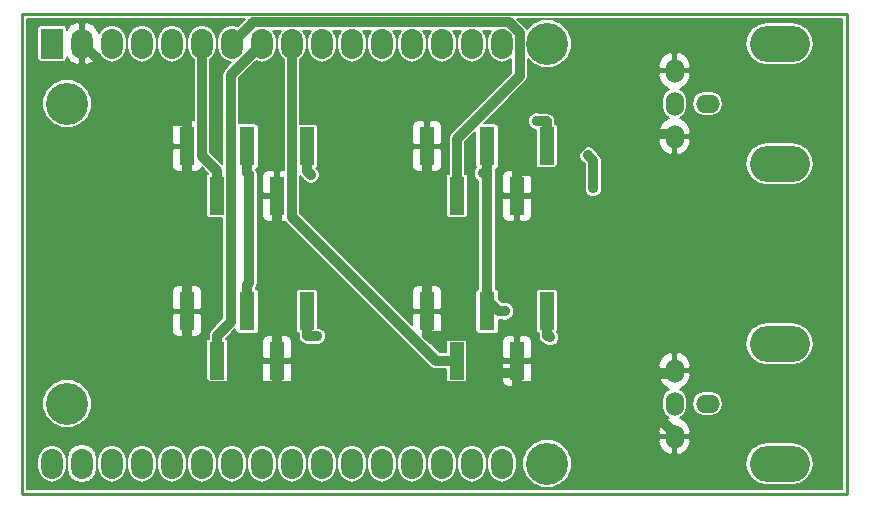
<source format=gtl>
G04 #@! TF.GenerationSoftware,KiCad,Pcbnew,no-vcs-found-6223534~58~ubuntu16.04.1*
G04 #@! TF.CreationDate,2017-03-08T16:15:12-05:00*
G04 #@! TF.ProjectId,optical_switch_interface_3x2,6F70746963616C5F7377697463685F69,1.0*
G04 #@! TF.FileFunction,Copper,L1,Top,Signal*
G04 #@! TF.FilePolarity,Positive*
%FSLAX46Y46*%
G04 Gerber Fmt 4.6, Leading zero omitted, Abs format (unit mm)*
G04 Created by KiCad (PCBNEW no-vcs-found-6223534~58~ubuntu16.04.1) date Wed Mar  8 16:15:12 2017*
%MOMM*%
%LPD*%
G01*
G04 APERTURE LIST*
%ADD10C,0.100000*%
%ADD11C,0.228600*%
%ADD12O,1.854200X2.540000*%
%ADD13R,1.854200X2.540000*%
%ADD14C,3.556000*%
%ADD15O,5.080000X3.048000*%
%ADD16O,2.032000X1.524000*%
%ADD17O,1.524000X2.032000*%
%ADD18R,1.270000X3.175000*%
%ADD19C,0.889000*%
%ADD20C,0.812800*%
%ADD21C,0.203200*%
G04 APERTURE END LIST*
D10*
D11*
X155575000Y-68580000D02*
X85725000Y-68580000D01*
X155575000Y-109220000D02*
X155575000Y-68580000D01*
X85725000Y-109220000D02*
X155575000Y-109220000D01*
X85725000Y-68580000D02*
X85725000Y-109220000D01*
D12*
X90805000Y-71120000D03*
X93345000Y-71120000D03*
D13*
X88265000Y-71120000D03*
D12*
X95885000Y-71120000D03*
X98425000Y-71120000D03*
X100965000Y-71120000D03*
X103505000Y-71120000D03*
X106045000Y-71120000D03*
X108585000Y-71120000D03*
X111125000Y-71120000D03*
X113665000Y-71120000D03*
X116205000Y-71120000D03*
X118745000Y-71120000D03*
X121285000Y-71120000D03*
X123825000Y-71120000D03*
X126365000Y-71120000D03*
X126365000Y-106680000D03*
X123825000Y-106680000D03*
X121285000Y-106680000D03*
X118745000Y-106680000D03*
X116205000Y-106680000D03*
X113665000Y-106680000D03*
X111125000Y-106680000D03*
X108585000Y-106680000D03*
X106045000Y-106680000D03*
X103505000Y-106680000D03*
X100965000Y-106680000D03*
X98425000Y-106680000D03*
X95885000Y-106680000D03*
X93345000Y-106680000D03*
X90805000Y-106680000D03*
X88265000Y-106680000D03*
D14*
X89535000Y-76200000D03*
X89535000Y-101600000D03*
X130175000Y-106680000D03*
X130175000Y-71120000D03*
D15*
X149860000Y-71120000D03*
X149860000Y-81280000D03*
D16*
X143764000Y-76200000D03*
D17*
X140970000Y-76200000D03*
X140970000Y-78994000D03*
X140970000Y-73406000D03*
X140970000Y-98806000D03*
X140970000Y-104394000D03*
X140970000Y-101600000D03*
D16*
X143764000Y-101600000D03*
D15*
X149860000Y-106680000D03*
X149860000Y-96520000D03*
D18*
X107315000Y-84010500D03*
X109855000Y-79819500D03*
X104775000Y-79819500D03*
X102235000Y-84010500D03*
X99695000Y-79819500D03*
X120015000Y-79819500D03*
X122555000Y-84010500D03*
X125095000Y-79819500D03*
X130175000Y-79819500D03*
X127635000Y-84010500D03*
X107315000Y-97980500D03*
X109855000Y-93789500D03*
X104775000Y-93789500D03*
X102235000Y-97980500D03*
X99695000Y-93789500D03*
X120015000Y-93789500D03*
X122555000Y-97980500D03*
X125095000Y-93789500D03*
X130175000Y-93789500D03*
X127635000Y-97980500D03*
D19*
X124750400Y-82108100D03*
X126573200Y-93799500D03*
X104908900Y-86858000D03*
X110169300Y-82243600D03*
X129293800Y-77698600D03*
X110732000Y-95910400D03*
X130442500Y-96000100D03*
X134103300Y-83390000D03*
X133622800Y-80555100D03*
D20*
X125095000Y-82108100D02*
X125095000Y-91541300D01*
X124750400Y-82108100D02*
X125095000Y-82108100D01*
X125095000Y-82108100D02*
X125095000Y-79819500D01*
X125095000Y-92665400D02*
X125095000Y-92793100D01*
X125095000Y-93789500D02*
X125095000Y-92793100D01*
X125095000Y-92665400D02*
X125095000Y-91541300D01*
X126101400Y-93799500D02*
X126573200Y-93799500D01*
X125095000Y-92793100D02*
X126101400Y-93799500D01*
X104775000Y-93789500D02*
X104775000Y-91541300D01*
X104775000Y-79819500D02*
X104775000Y-82067700D01*
X104908900Y-91407400D02*
X104908900Y-86858000D01*
X104775000Y-91541300D02*
X104908900Y-91407400D01*
X104908900Y-82201600D02*
X104775000Y-82067700D01*
X104908900Y-86858000D02*
X104908900Y-82201600D01*
X120015000Y-79819500D02*
X120015000Y-93789500D01*
X107315000Y-97980500D02*
X107315000Y-100101400D01*
X127635000Y-84010500D02*
X127635000Y-81889600D01*
X120015000Y-93789500D02*
X120015000Y-95910400D01*
X140970000Y-99060000D02*
X139674600Y-99060000D01*
X127635000Y-99040900D02*
X123715700Y-99040900D01*
X127635000Y-97980500D02*
X127635000Y-99040900D01*
X127635000Y-99040900D02*
X127635000Y-100101400D01*
X123715700Y-96163000D02*
X123715700Y-99040900D01*
X123396800Y-95844100D02*
X123715700Y-96163000D01*
X121342200Y-95844100D02*
X123396800Y-95844100D01*
X121275900Y-95910400D02*
X121342200Y-95844100D01*
X120015000Y-95910400D02*
X121275900Y-95910400D01*
X138633200Y-101803200D02*
X140970000Y-104140000D01*
X138633200Y-100101400D02*
X138633200Y-101803200D01*
X139674600Y-99060000D02*
X138633200Y-100101400D01*
X138633200Y-100101400D02*
X127635000Y-100101400D01*
X99695000Y-79819500D02*
X99695000Y-77698600D01*
X107315000Y-95859600D02*
X107315000Y-84010500D01*
X97383600Y-77698600D02*
X90805000Y-71120000D01*
X99695000Y-77698600D02*
X97383600Y-77698600D01*
X107315000Y-97980500D02*
X107315000Y-95859600D01*
X123450600Y-100101400D02*
X107315000Y-100101400D01*
X123715700Y-99836300D02*
X123450600Y-100101400D01*
X123715700Y-99040900D02*
X123715700Y-99836300D01*
X99695000Y-98415200D02*
X99695000Y-93789500D01*
X101381200Y-100101400D02*
X99695000Y-98415200D01*
X107315000Y-100101400D02*
X101381200Y-100101400D01*
X99695000Y-93789500D02*
X99695000Y-79819500D01*
X128803400Y-81889600D02*
X127635000Y-81889600D01*
X128869800Y-81956000D02*
X128803400Y-81889600D01*
X131055200Y-81956000D02*
X128869800Y-81956000D01*
X131553500Y-81457700D02*
X131055200Y-81956000D01*
X131553500Y-81277000D02*
X131553500Y-81457700D01*
X134090500Y-78740000D02*
X131553500Y-81277000D01*
X140970000Y-78740000D02*
X134090500Y-78740000D01*
X100965000Y-80619600D02*
X100965000Y-71120000D01*
X102235000Y-81889600D02*
X100965000Y-80619600D01*
X102235000Y-84010500D02*
X102235000Y-81889600D01*
X105321100Y-69303900D02*
X103505000Y-71120000D01*
X126953900Y-69303900D02*
X105321100Y-69303900D01*
X127844500Y-70194500D02*
X126953900Y-69303900D01*
X127844500Y-73890500D02*
X127844500Y-70194500D01*
X122555000Y-79180000D02*
X127844500Y-73890500D01*
X122555000Y-84010500D02*
X122555000Y-79180000D01*
X103403400Y-73761600D02*
X106045000Y-71120000D01*
X103403400Y-94691200D02*
X103403400Y-73761600D01*
X102235000Y-95859600D02*
X103403400Y-94691200D01*
X102235000Y-97980500D02*
X102235000Y-95859600D01*
X108585000Y-85779100D02*
X108585000Y-71120000D01*
X120786400Y-97980500D02*
X108585000Y-85779100D01*
X122555000Y-97980500D02*
X120786400Y-97980500D01*
X109866100Y-81940400D02*
X109855000Y-81940400D01*
X110169300Y-82243600D02*
X109866100Y-81940400D01*
X109855000Y-79819500D02*
X109855000Y-81940400D01*
X130175000Y-79819500D02*
X130175000Y-77698600D01*
X130175000Y-77698600D02*
X129293800Y-77698600D01*
X109855000Y-93789500D02*
X109855000Y-95910400D01*
X109855000Y-95910400D02*
X110732000Y-95910400D01*
X130175000Y-93789500D02*
X130175000Y-95910400D01*
X130352800Y-95910400D02*
X130442500Y-96000100D01*
X130175000Y-95910400D02*
X130352800Y-95910400D01*
X134103300Y-81035600D02*
X133622800Y-80555100D01*
X134103300Y-83390000D02*
X134103300Y-81035600D01*
D21*
G36*
X103997207Y-69622005D02*
X103976428Y-69608121D01*
X103505000Y-69514348D01*
X103033572Y-69608121D01*
X102633915Y-69875163D01*
X102366873Y-70274820D01*
X102273100Y-70746248D01*
X102273100Y-71493752D01*
X102366873Y-71965180D01*
X102633915Y-72364837D01*
X103033572Y-72631879D01*
X103445413Y-72713799D01*
X102900506Y-73258706D01*
X102746337Y-73489435D01*
X102746337Y-73489436D01*
X102692200Y-73761600D01*
X102692200Y-81341011D01*
X101676200Y-80325012D01*
X101676200Y-72471669D01*
X101836085Y-72364837D01*
X102103127Y-71965180D01*
X102196900Y-71493752D01*
X102196900Y-70746248D01*
X102103127Y-70274820D01*
X101836085Y-69875163D01*
X101436428Y-69608121D01*
X100965000Y-69514348D01*
X100493572Y-69608121D01*
X100093915Y-69875163D01*
X99826873Y-70274820D01*
X99733100Y-70746248D01*
X99733100Y-71493752D01*
X99826873Y-71965180D01*
X100093915Y-72364837D01*
X100253800Y-72471669D01*
X100253800Y-77622400D01*
X99999800Y-77622400D01*
X99847400Y-77774800D01*
X99847400Y-79667100D01*
X99867400Y-79667100D01*
X99867400Y-79971900D01*
X99847400Y-79971900D01*
X99847400Y-81864200D01*
X99999800Y-82016600D01*
X100451257Y-82016600D01*
X100675311Y-81923794D01*
X100846794Y-81752311D01*
X100918590Y-81578979D01*
X101477730Y-82138119D01*
X101380252Y-82203252D01*
X101312885Y-82304073D01*
X101289229Y-82423000D01*
X101289229Y-85598000D01*
X101312885Y-85716927D01*
X101380252Y-85817748D01*
X101481073Y-85885115D01*
X101600000Y-85908771D01*
X102692200Y-85908771D01*
X102692200Y-94396612D01*
X101732106Y-95356706D01*
X101577937Y-95587435D01*
X101549990Y-95727935D01*
X101523800Y-95859600D01*
X101523800Y-96097386D01*
X101481073Y-96105885D01*
X101380252Y-96173252D01*
X101312885Y-96274073D01*
X101289229Y-96393000D01*
X101289229Y-99568000D01*
X101312885Y-99686927D01*
X101380252Y-99787748D01*
X101481073Y-99855115D01*
X101600000Y-99878771D01*
X102870000Y-99878771D01*
X102988927Y-99855115D01*
X103089748Y-99787748D01*
X103157115Y-99686927D01*
X103180771Y-99568000D01*
X103180771Y-98285300D01*
X106070400Y-98285300D01*
X106070400Y-99689257D01*
X106163206Y-99913311D01*
X106334689Y-100084794D01*
X106558743Y-100177600D01*
X107010200Y-100177600D01*
X107162600Y-100025200D01*
X107162600Y-98132900D01*
X107467400Y-98132900D01*
X107467400Y-100025200D01*
X107619800Y-100177600D01*
X108071257Y-100177600D01*
X108295311Y-100084794D01*
X108466794Y-99913311D01*
X108559600Y-99689257D01*
X108559600Y-98285300D01*
X108407200Y-98132900D01*
X107467400Y-98132900D01*
X107162600Y-98132900D01*
X106222800Y-98132900D01*
X106070400Y-98285300D01*
X103180771Y-98285300D01*
X103180771Y-96393000D01*
X103157115Y-96274073D01*
X103155559Y-96271743D01*
X106070400Y-96271743D01*
X106070400Y-97675700D01*
X106222800Y-97828100D01*
X107162600Y-97828100D01*
X107162600Y-95935800D01*
X107467400Y-95935800D01*
X107467400Y-97828100D01*
X108407200Y-97828100D01*
X108559600Y-97675700D01*
X108559600Y-96271743D01*
X108466794Y-96047689D01*
X108295311Y-95876206D01*
X108071257Y-95783400D01*
X107619800Y-95783400D01*
X107467400Y-95935800D01*
X107162600Y-95935800D01*
X107010200Y-95783400D01*
X106558743Y-95783400D01*
X106334689Y-95876206D01*
X106163206Y-96047689D01*
X106070400Y-96271743D01*
X103155559Y-96271743D01*
X103089748Y-96173252D01*
X102992270Y-96108118D01*
X103777434Y-95322954D01*
X103777434Y-95377000D01*
X103805033Y-95515748D01*
X103883627Y-95633373D01*
X104001252Y-95711967D01*
X104140000Y-95739566D01*
X105410000Y-95739566D01*
X105548748Y-95711967D01*
X105666373Y-95633373D01*
X105744967Y-95515748D01*
X105772566Y-95377000D01*
X105772566Y-92202000D01*
X108909229Y-92202000D01*
X108909229Y-95377000D01*
X108932885Y-95495927D01*
X109000252Y-95596748D01*
X109101073Y-95664115D01*
X109143800Y-95672614D01*
X109143800Y-95910400D01*
X109197937Y-96182564D01*
X109352106Y-96413294D01*
X109582836Y-96567463D01*
X109855000Y-96621600D01*
X110490859Y-96621600D01*
X110582301Y-96659570D01*
X110880391Y-96659830D01*
X111155890Y-96545996D01*
X111366856Y-96335399D01*
X111481170Y-96060099D01*
X111481430Y-95762009D01*
X111367596Y-95486510D01*
X111156999Y-95275544D01*
X110881699Y-95161230D01*
X110800771Y-95161159D01*
X110800771Y-92202000D01*
X110777115Y-92083073D01*
X110709748Y-91982252D01*
X110608927Y-91914885D01*
X110490000Y-91891229D01*
X109220000Y-91891229D01*
X109101073Y-91914885D01*
X109000252Y-91982252D01*
X108932885Y-92083073D01*
X108909229Y-92202000D01*
X105772566Y-92202000D01*
X105744967Y-92063252D01*
X105666373Y-91945627D01*
X105548748Y-91867033D01*
X105537000Y-91864696D01*
X105537000Y-91812591D01*
X105612896Y-91699005D01*
X105634101Y-91592400D01*
X105670900Y-91407400D01*
X105670900Y-87109268D01*
X105708861Y-87017848D01*
X105709139Y-86699548D01*
X105670900Y-86607003D01*
X105670900Y-84315300D01*
X106070400Y-84315300D01*
X106070400Y-85719257D01*
X106163206Y-85943311D01*
X106334689Y-86114794D01*
X106558743Y-86207600D01*
X107010200Y-86207600D01*
X107162600Y-86055200D01*
X107162600Y-84162900D01*
X106222800Y-84162900D01*
X106070400Y-84315300D01*
X105670900Y-84315300D01*
X105670900Y-82301743D01*
X106070400Y-82301743D01*
X106070400Y-83705700D01*
X106222800Y-83858100D01*
X107162600Y-83858100D01*
X107162600Y-81965800D01*
X107010200Y-81813400D01*
X106558743Y-81813400D01*
X106334689Y-81906206D01*
X106163206Y-82077689D01*
X106070400Y-82301743D01*
X105670900Y-82301743D01*
X105670900Y-82201600D01*
X105612896Y-81909995D01*
X105610364Y-81906206D01*
X105537000Y-81796409D01*
X105537000Y-81744304D01*
X105548748Y-81741967D01*
X105666373Y-81663373D01*
X105744967Y-81545748D01*
X105772566Y-81407000D01*
X105772566Y-78232000D01*
X105744967Y-78093252D01*
X105666373Y-77975627D01*
X105548748Y-77897033D01*
X105410000Y-77869434D01*
X104140000Y-77869434D01*
X104114600Y-77874486D01*
X104114600Y-74056188D01*
X105552793Y-72617995D01*
X105573572Y-72631879D01*
X106045000Y-72725652D01*
X106516428Y-72631879D01*
X106916085Y-72364837D01*
X107183127Y-71965180D01*
X107276900Y-71493752D01*
X107276900Y-70746248D01*
X107183127Y-70274820D01*
X107009588Y-70015100D01*
X107620412Y-70015100D01*
X107446873Y-70274820D01*
X107353100Y-70746248D01*
X107353100Y-71493752D01*
X107446873Y-71965180D01*
X107713915Y-72364837D01*
X107873800Y-72471669D01*
X107873800Y-81813400D01*
X107619800Y-81813400D01*
X107467400Y-81965800D01*
X107467400Y-83858100D01*
X107487400Y-83858100D01*
X107487400Y-84162900D01*
X107467400Y-84162900D01*
X107467400Y-86055200D01*
X107619800Y-86207600D01*
X108032397Y-86207600D01*
X108082106Y-86281994D01*
X120283505Y-98483394D01*
X120437674Y-98586406D01*
X120514236Y-98637563D01*
X120786400Y-98691700D01*
X121609229Y-98691700D01*
X121609229Y-99568000D01*
X121632885Y-99686927D01*
X121700252Y-99787748D01*
X121801073Y-99855115D01*
X121920000Y-99878771D01*
X123190000Y-99878771D01*
X123308927Y-99855115D01*
X123409748Y-99787748D01*
X123477115Y-99686927D01*
X123500771Y-99568000D01*
X123500771Y-98285300D01*
X126390400Y-98285300D01*
X126390400Y-99689257D01*
X126483206Y-99913311D01*
X126654689Y-100084794D01*
X126878743Y-100177600D01*
X127330200Y-100177600D01*
X127482600Y-100025200D01*
X127482600Y-98132900D01*
X127787400Y-98132900D01*
X127787400Y-100025200D01*
X127939800Y-100177600D01*
X128391257Y-100177600D01*
X128615311Y-100084794D01*
X128786794Y-99913311D01*
X128879600Y-99689257D01*
X128879600Y-99175096D01*
X139593837Y-99175096D01*
X139742637Y-99692970D01*
X140078292Y-100114480D01*
X140522796Y-100360559D01*
X140215658Y-100565782D01*
X139984405Y-100911877D01*
X139903200Y-101320124D01*
X139903200Y-101879876D01*
X139984405Y-102288123D01*
X140215658Y-102634218D01*
X140522796Y-102839441D01*
X140078292Y-103085520D01*
X139742637Y-103507030D01*
X139593837Y-104024904D01*
X139745175Y-104241600D01*
X140817600Y-104241600D01*
X140817600Y-104221600D01*
X141122400Y-104221600D01*
X141122400Y-104241600D01*
X142194825Y-104241600D01*
X142346163Y-104024904D01*
X142197363Y-103507030D01*
X141861708Y-103085520D01*
X141417204Y-102839441D01*
X141724342Y-102634218D01*
X141955595Y-102288123D01*
X142036800Y-101879876D01*
X142036800Y-101600000D01*
X142417324Y-101600000D01*
X142498529Y-102008247D01*
X142729782Y-102354342D01*
X143075877Y-102585595D01*
X143484124Y-102666800D01*
X144043876Y-102666800D01*
X144452123Y-102585595D01*
X144798218Y-102354342D01*
X145029471Y-102008247D01*
X145110676Y-101600000D01*
X145029471Y-101191753D01*
X144798218Y-100845658D01*
X144452123Y-100614405D01*
X144043876Y-100533200D01*
X143484124Y-100533200D01*
X143075877Y-100614405D01*
X142729782Y-100845658D01*
X142498529Y-101191753D01*
X142417324Y-101600000D01*
X142036800Y-101600000D01*
X142036800Y-101320124D01*
X141955595Y-100911877D01*
X141724342Y-100565782D01*
X141417204Y-100360559D01*
X141861708Y-100114480D01*
X142197363Y-99692970D01*
X142346163Y-99175096D01*
X142194825Y-98958400D01*
X141122400Y-98958400D01*
X141122400Y-98978400D01*
X140817600Y-98978400D01*
X140817600Y-98958400D01*
X139745175Y-98958400D01*
X139593837Y-99175096D01*
X128879600Y-99175096D01*
X128879600Y-98436904D01*
X139593837Y-98436904D01*
X139745175Y-98653600D01*
X140817600Y-98653600D01*
X140817600Y-97342363D01*
X141122400Y-97342363D01*
X141122400Y-98653600D01*
X142194825Y-98653600D01*
X142346163Y-98436904D01*
X142197363Y-97919030D01*
X141861708Y-97497520D01*
X141390299Y-97236546D01*
X141333761Y-97229516D01*
X141122400Y-97342363D01*
X140817600Y-97342363D01*
X140606239Y-97229516D01*
X140549701Y-97236546D01*
X140078292Y-97497520D01*
X139742637Y-97919030D01*
X139593837Y-98436904D01*
X128879600Y-98436904D01*
X128879600Y-98285300D01*
X128727200Y-98132900D01*
X127787400Y-98132900D01*
X127482600Y-98132900D01*
X126542800Y-98132900D01*
X126390400Y-98285300D01*
X123500771Y-98285300D01*
X123500771Y-96393000D01*
X123477115Y-96274073D01*
X123475559Y-96271743D01*
X126390400Y-96271743D01*
X126390400Y-97675700D01*
X126542800Y-97828100D01*
X127482600Y-97828100D01*
X127482600Y-95935800D01*
X127787400Y-95935800D01*
X127787400Y-97828100D01*
X128727200Y-97828100D01*
X128879600Y-97675700D01*
X128879600Y-96271743D01*
X128786794Y-96047689D01*
X128615311Y-95876206D01*
X128391257Y-95783400D01*
X127939800Y-95783400D01*
X127787400Y-95935800D01*
X127482600Y-95935800D01*
X127330200Y-95783400D01*
X126878743Y-95783400D01*
X126654689Y-95876206D01*
X126483206Y-96047689D01*
X126390400Y-96271743D01*
X123475559Y-96271743D01*
X123409748Y-96173252D01*
X123308927Y-96105885D01*
X123190000Y-96082229D01*
X121920000Y-96082229D01*
X121801073Y-96105885D01*
X121700252Y-96173252D01*
X121632885Y-96274073D01*
X121609229Y-96393000D01*
X121609229Y-97269300D01*
X121080989Y-97269300D01*
X119754244Y-95942556D01*
X119862600Y-95834200D01*
X119862600Y-93941900D01*
X120167400Y-93941900D01*
X120167400Y-95834200D01*
X120319800Y-95986600D01*
X120771257Y-95986600D01*
X120995311Y-95893794D01*
X121166794Y-95722311D01*
X121259600Y-95498257D01*
X121259600Y-94094300D01*
X121107200Y-93941900D01*
X120167400Y-93941900D01*
X119862600Y-93941900D01*
X118922800Y-93941900D01*
X118770400Y-94094300D01*
X118770400Y-94958711D01*
X115892432Y-92080743D01*
X118770400Y-92080743D01*
X118770400Y-93484700D01*
X118922800Y-93637100D01*
X119862600Y-93637100D01*
X119862600Y-91744800D01*
X120167400Y-91744800D01*
X120167400Y-93637100D01*
X121107200Y-93637100D01*
X121259600Y-93484700D01*
X121259600Y-92080743D01*
X121166794Y-91856689D01*
X120995311Y-91685206D01*
X120771257Y-91592400D01*
X120319800Y-91592400D01*
X120167400Y-91744800D01*
X119862600Y-91744800D01*
X119710200Y-91592400D01*
X119258743Y-91592400D01*
X119034689Y-91685206D01*
X118863206Y-91856689D01*
X118770400Y-92080743D01*
X115892432Y-92080743D01*
X109296200Y-85484512D01*
X109296200Y-82359625D01*
X109352106Y-82443294D01*
X109385558Y-82465646D01*
X109495894Y-82575982D01*
X109533704Y-82667490D01*
X109744301Y-82878456D01*
X110019601Y-82992770D01*
X110317691Y-82993030D01*
X110593190Y-82879196D01*
X110804156Y-82668599D01*
X110918470Y-82393299D01*
X110918730Y-82095209D01*
X110804896Y-81819710D01*
X110651274Y-81665819D01*
X110709748Y-81626748D01*
X110777115Y-81525927D01*
X110800771Y-81407000D01*
X110800771Y-80124300D01*
X118770400Y-80124300D01*
X118770400Y-81528257D01*
X118863206Y-81752311D01*
X119034689Y-81923794D01*
X119258743Y-82016600D01*
X119710200Y-82016600D01*
X119862600Y-81864200D01*
X119862600Y-79971900D01*
X120167400Y-79971900D01*
X120167400Y-81864200D01*
X120319800Y-82016600D01*
X120771257Y-82016600D01*
X120995311Y-81923794D01*
X121166794Y-81752311D01*
X121259600Y-81528257D01*
X121259600Y-80124300D01*
X121107200Y-79971900D01*
X120167400Y-79971900D01*
X119862600Y-79971900D01*
X118922800Y-79971900D01*
X118770400Y-80124300D01*
X110800771Y-80124300D01*
X110800771Y-78232000D01*
X110777115Y-78113073D01*
X110775559Y-78110743D01*
X118770400Y-78110743D01*
X118770400Y-79514700D01*
X118922800Y-79667100D01*
X119862600Y-79667100D01*
X119862600Y-77774800D01*
X120167400Y-77774800D01*
X120167400Y-79667100D01*
X121107200Y-79667100D01*
X121259600Y-79514700D01*
X121259600Y-78110743D01*
X121166794Y-77886689D01*
X120995311Y-77715206D01*
X120771257Y-77622400D01*
X120319800Y-77622400D01*
X120167400Y-77774800D01*
X119862600Y-77774800D01*
X119710200Y-77622400D01*
X119258743Y-77622400D01*
X119034689Y-77715206D01*
X118863206Y-77886689D01*
X118770400Y-78110743D01*
X110775559Y-78110743D01*
X110709748Y-78012252D01*
X110608927Y-77944885D01*
X110490000Y-77921229D01*
X109296200Y-77921229D01*
X109296200Y-72471669D01*
X109456085Y-72364837D01*
X109723127Y-71965180D01*
X109816900Y-71493752D01*
X109816900Y-70746248D01*
X109723127Y-70274820D01*
X109549588Y-70015100D01*
X110160412Y-70015100D01*
X109986873Y-70274820D01*
X109893100Y-70746248D01*
X109893100Y-71493752D01*
X109986873Y-71965180D01*
X110253915Y-72364837D01*
X110653572Y-72631879D01*
X111125000Y-72725652D01*
X111596428Y-72631879D01*
X111996085Y-72364837D01*
X112263127Y-71965180D01*
X112356900Y-71493752D01*
X112356900Y-70746248D01*
X112263127Y-70274820D01*
X112089588Y-70015100D01*
X112700412Y-70015100D01*
X112526873Y-70274820D01*
X112433100Y-70746248D01*
X112433100Y-71493752D01*
X112526873Y-71965180D01*
X112793915Y-72364837D01*
X113193572Y-72631879D01*
X113665000Y-72725652D01*
X114136428Y-72631879D01*
X114536085Y-72364837D01*
X114803127Y-71965180D01*
X114896900Y-71493752D01*
X114896900Y-70746248D01*
X114803127Y-70274820D01*
X114629588Y-70015100D01*
X115240412Y-70015100D01*
X115066873Y-70274820D01*
X114973100Y-70746248D01*
X114973100Y-71493752D01*
X115066873Y-71965180D01*
X115333915Y-72364837D01*
X115733572Y-72631879D01*
X116205000Y-72725652D01*
X116676428Y-72631879D01*
X117076085Y-72364837D01*
X117343127Y-71965180D01*
X117436900Y-71493752D01*
X117436900Y-70746248D01*
X117343127Y-70274820D01*
X117169588Y-70015100D01*
X117780412Y-70015100D01*
X117606873Y-70274820D01*
X117513100Y-70746248D01*
X117513100Y-71493752D01*
X117606873Y-71965180D01*
X117873915Y-72364837D01*
X118273572Y-72631879D01*
X118745000Y-72725652D01*
X119216428Y-72631879D01*
X119616085Y-72364837D01*
X119883127Y-71965180D01*
X119976900Y-71493752D01*
X119976900Y-70746248D01*
X119883127Y-70274820D01*
X119709588Y-70015100D01*
X120320412Y-70015100D01*
X120146873Y-70274820D01*
X120053100Y-70746248D01*
X120053100Y-71493752D01*
X120146873Y-71965180D01*
X120413915Y-72364837D01*
X120813572Y-72631879D01*
X121285000Y-72725652D01*
X121756428Y-72631879D01*
X122156085Y-72364837D01*
X122423127Y-71965180D01*
X122516900Y-71493752D01*
X122516900Y-70746248D01*
X122423127Y-70274820D01*
X122249588Y-70015100D01*
X122860412Y-70015100D01*
X122686873Y-70274820D01*
X122593100Y-70746248D01*
X122593100Y-71493752D01*
X122686873Y-71965180D01*
X122953915Y-72364837D01*
X123353572Y-72631879D01*
X123825000Y-72725652D01*
X124296428Y-72631879D01*
X124696085Y-72364837D01*
X124963127Y-71965180D01*
X125056900Y-71493752D01*
X125056900Y-70746248D01*
X124963127Y-70274820D01*
X124789588Y-70015100D01*
X125400412Y-70015100D01*
X125226873Y-70274820D01*
X125133100Y-70746248D01*
X125133100Y-71493752D01*
X125226873Y-71965180D01*
X125493915Y-72364837D01*
X125893572Y-72631879D01*
X126365000Y-72725652D01*
X126836428Y-72631879D01*
X127133300Y-72433516D01*
X127133300Y-73595911D01*
X122052106Y-78677106D01*
X121897937Y-78907835D01*
X121843800Y-79180000D01*
X121843800Y-82127386D01*
X121801073Y-82135885D01*
X121700252Y-82203252D01*
X121632885Y-82304073D01*
X121609229Y-82423000D01*
X121609229Y-85598000D01*
X121632885Y-85716927D01*
X121700252Y-85817748D01*
X121801073Y-85885115D01*
X121920000Y-85908771D01*
X123190000Y-85908771D01*
X123308927Y-85885115D01*
X123409748Y-85817748D01*
X123477115Y-85716927D01*
X123500771Y-85598000D01*
X123500771Y-82423000D01*
X123477115Y-82304073D01*
X123409748Y-82203252D01*
X123308927Y-82135885D01*
X123266200Y-82127386D01*
X123266200Y-79474588D01*
X124097434Y-78643354D01*
X124097434Y-81407000D01*
X124125033Y-81545748D01*
X124147520Y-81579403D01*
X124072504Y-81654288D01*
X123950439Y-81948252D01*
X123950161Y-82266552D01*
X124071713Y-82560728D01*
X124296588Y-82785996D01*
X124333000Y-82801116D01*
X124333000Y-91864696D01*
X124321252Y-91867033D01*
X124203627Y-91945627D01*
X124125033Y-92063252D01*
X124097434Y-92202000D01*
X124097434Y-95377000D01*
X124125033Y-95515748D01*
X124203627Y-95633373D01*
X124321252Y-95711967D01*
X124460000Y-95739566D01*
X125730000Y-95739566D01*
X125868748Y-95711967D01*
X125986373Y-95633373D01*
X126064967Y-95515748D01*
X126092566Y-95377000D01*
X126092566Y-94559743D01*
X126101400Y-94561500D01*
X126321932Y-94561500D01*
X126413352Y-94599461D01*
X126731652Y-94599739D01*
X127025828Y-94478187D01*
X127251096Y-94253312D01*
X127373161Y-93959348D01*
X127373439Y-93641048D01*
X127251887Y-93346872D01*
X127027012Y-93121604D01*
X126733048Y-92999539D01*
X126414748Y-92999261D01*
X126389305Y-93009774D01*
X126092566Y-92713036D01*
X126092566Y-92202000D01*
X129229229Y-92202000D01*
X129229229Y-95377000D01*
X129252885Y-95495927D01*
X129320252Y-95596748D01*
X129421073Y-95664115D01*
X129463800Y-95672614D01*
X129463800Y-95910400D01*
X129517937Y-96182564D01*
X129672106Y-96413294D01*
X129902836Y-96567463D01*
X129961843Y-96579200D01*
X130017501Y-96634956D01*
X130292801Y-96749270D01*
X130590891Y-96749530D01*
X130866390Y-96635696D01*
X130982288Y-96520000D01*
X146959467Y-96520000D01*
X147098676Y-97219851D01*
X147495110Y-97813157D01*
X148088416Y-98209591D01*
X148788267Y-98348800D01*
X150931733Y-98348800D01*
X151631584Y-98209591D01*
X152224890Y-97813157D01*
X152621324Y-97219851D01*
X152760533Y-96520000D01*
X152621324Y-95820149D01*
X152224890Y-95226843D01*
X151631584Y-94830409D01*
X150931733Y-94691200D01*
X148788267Y-94691200D01*
X148088416Y-94830409D01*
X147495110Y-95226843D01*
X147098676Y-95820149D01*
X146959467Y-96520000D01*
X130982288Y-96520000D01*
X131077356Y-96425099D01*
X131191670Y-96149799D01*
X131191930Y-95851709D01*
X131078096Y-95576210D01*
X131057355Y-95555432D01*
X131097115Y-95495927D01*
X131120771Y-95377000D01*
X131120771Y-92202000D01*
X131097115Y-92083073D01*
X131029748Y-91982252D01*
X130928927Y-91914885D01*
X130810000Y-91891229D01*
X129540000Y-91891229D01*
X129421073Y-91914885D01*
X129320252Y-91982252D01*
X129252885Y-92083073D01*
X129229229Y-92202000D01*
X126092566Y-92202000D01*
X126064967Y-92063252D01*
X125986373Y-91945627D01*
X125868748Y-91867033D01*
X125857000Y-91864696D01*
X125857000Y-84315300D01*
X126390400Y-84315300D01*
X126390400Y-85719257D01*
X126483206Y-85943311D01*
X126654689Y-86114794D01*
X126878743Y-86207600D01*
X127330200Y-86207600D01*
X127482600Y-86055200D01*
X127482600Y-84162900D01*
X127787400Y-84162900D01*
X127787400Y-86055200D01*
X127939800Y-86207600D01*
X128391257Y-86207600D01*
X128615311Y-86114794D01*
X128786794Y-85943311D01*
X128879600Y-85719257D01*
X128879600Y-84315300D01*
X128727200Y-84162900D01*
X127787400Y-84162900D01*
X127482600Y-84162900D01*
X126542800Y-84162900D01*
X126390400Y-84315300D01*
X125857000Y-84315300D01*
X125857000Y-82301743D01*
X126390400Y-82301743D01*
X126390400Y-83705700D01*
X126542800Y-83858100D01*
X127482600Y-83858100D01*
X127482600Y-81965800D01*
X127787400Y-81965800D01*
X127787400Y-83858100D01*
X128727200Y-83858100D01*
X128879600Y-83705700D01*
X128879600Y-82301743D01*
X128786794Y-82077689D01*
X128615311Y-81906206D01*
X128391257Y-81813400D01*
X127939800Y-81813400D01*
X127787400Y-81965800D01*
X127482600Y-81965800D01*
X127330200Y-81813400D01*
X126878743Y-81813400D01*
X126654689Y-81906206D01*
X126483206Y-82077689D01*
X126390400Y-82301743D01*
X125857000Y-82301743D01*
X125857000Y-81744304D01*
X125868748Y-81741967D01*
X125986373Y-81663373D01*
X126064967Y-81545748D01*
X126092566Y-81407000D01*
X126092566Y-78232000D01*
X126064967Y-78093252D01*
X125986373Y-77975627D01*
X125868748Y-77897033D01*
X125730000Y-77869434D01*
X124871354Y-77869434D01*
X124893797Y-77846991D01*
X128544370Y-77846991D01*
X128658204Y-78122490D01*
X128868801Y-78333456D01*
X129144101Y-78447770D01*
X129229229Y-78447844D01*
X129229229Y-81407000D01*
X129252885Y-81525927D01*
X129320252Y-81626748D01*
X129421073Y-81694115D01*
X129540000Y-81717771D01*
X130810000Y-81717771D01*
X130928927Y-81694115D01*
X131029748Y-81626748D01*
X131097115Y-81525927D01*
X131120771Y-81407000D01*
X131120771Y-80703491D01*
X132873370Y-80703491D01*
X132987204Y-80978990D01*
X133197801Y-81189956D01*
X133290260Y-81228348D01*
X133392100Y-81330189D01*
X133392100Y-83148859D01*
X133354130Y-83240301D01*
X133353870Y-83538391D01*
X133467704Y-83813890D01*
X133678301Y-84024856D01*
X133953601Y-84139170D01*
X134251691Y-84139430D01*
X134527190Y-84025596D01*
X134738156Y-83814999D01*
X134852470Y-83539699D01*
X134852730Y-83241609D01*
X134814500Y-83149085D01*
X134814500Y-81280000D01*
X146959467Y-81280000D01*
X147098676Y-81979851D01*
X147495110Y-82573157D01*
X148088416Y-82969591D01*
X148788267Y-83108800D01*
X150931733Y-83108800D01*
X151631584Y-82969591D01*
X152224890Y-82573157D01*
X152621324Y-81979851D01*
X152760533Y-81280000D01*
X152621324Y-80580149D01*
X152224890Y-79986843D01*
X151631584Y-79590409D01*
X150931733Y-79451200D01*
X148788267Y-79451200D01*
X148088416Y-79590409D01*
X147495110Y-79986843D01*
X147098676Y-80580149D01*
X146959467Y-81280000D01*
X134814500Y-81280000D01*
X134814500Y-81035600D01*
X134760363Y-80763436D01*
X134664255Y-80619600D01*
X134606195Y-80532706D01*
X134296206Y-80222718D01*
X134258396Y-80131210D01*
X134047799Y-79920244D01*
X133772499Y-79805930D01*
X133474409Y-79805670D01*
X133198910Y-79919504D01*
X132987944Y-80130101D01*
X132873630Y-80405401D01*
X132873370Y-80703491D01*
X131120771Y-80703491D01*
X131120771Y-79363096D01*
X139593837Y-79363096D01*
X139742637Y-79880970D01*
X140078292Y-80302480D01*
X140549701Y-80563454D01*
X140606239Y-80570484D01*
X140817600Y-80457637D01*
X140817600Y-79146400D01*
X141122400Y-79146400D01*
X141122400Y-80457637D01*
X141333761Y-80570484D01*
X141390299Y-80563454D01*
X141861708Y-80302480D01*
X142197363Y-79880970D01*
X142346163Y-79363096D01*
X142194825Y-79146400D01*
X141122400Y-79146400D01*
X140817600Y-79146400D01*
X139745175Y-79146400D01*
X139593837Y-79363096D01*
X131120771Y-79363096D01*
X131120771Y-78232000D01*
X131097115Y-78113073D01*
X131029748Y-78012252D01*
X130928927Y-77944885D01*
X130886200Y-77936386D01*
X130886200Y-77698600D01*
X130832063Y-77426436D01*
X130677894Y-77195706D01*
X130447164Y-77041537D01*
X130175000Y-76987400D01*
X129534941Y-76987400D01*
X129443499Y-76949430D01*
X129145409Y-76949170D01*
X128869910Y-77063004D01*
X128658944Y-77273601D01*
X128544630Y-77548901D01*
X128544370Y-77846991D01*
X124893797Y-77846991D01*
X128347395Y-74393394D01*
X128501563Y-74162664D01*
X128555700Y-73890500D01*
X128555700Y-73775096D01*
X139593837Y-73775096D01*
X139742637Y-74292970D01*
X140078292Y-74714480D01*
X140522796Y-74960559D01*
X140215658Y-75165782D01*
X139984405Y-75511877D01*
X139903200Y-75920124D01*
X139903200Y-76479876D01*
X139984405Y-76888123D01*
X140215658Y-77234218D01*
X140522796Y-77439441D01*
X140078292Y-77685520D01*
X139742637Y-78107030D01*
X139593837Y-78624904D01*
X139745175Y-78841600D01*
X140817600Y-78841600D01*
X140817600Y-78821600D01*
X141122400Y-78821600D01*
X141122400Y-78841600D01*
X142194825Y-78841600D01*
X142346163Y-78624904D01*
X142197363Y-78107030D01*
X141861708Y-77685520D01*
X141417204Y-77439441D01*
X141724342Y-77234218D01*
X141955595Y-76888123D01*
X142036800Y-76479876D01*
X142036800Y-76200000D01*
X142417324Y-76200000D01*
X142498529Y-76608247D01*
X142729782Y-76954342D01*
X143075877Y-77185595D01*
X143484124Y-77266800D01*
X144043876Y-77266800D01*
X144452123Y-77185595D01*
X144798218Y-76954342D01*
X145029471Y-76608247D01*
X145110676Y-76200000D01*
X145029471Y-75791753D01*
X144798218Y-75445658D01*
X144452123Y-75214405D01*
X144043876Y-75133200D01*
X143484124Y-75133200D01*
X143075877Y-75214405D01*
X142729782Y-75445658D01*
X142498529Y-75791753D01*
X142417324Y-76200000D01*
X142036800Y-76200000D01*
X142036800Y-75920124D01*
X141955595Y-75511877D01*
X141724342Y-75165782D01*
X141417204Y-74960559D01*
X141861708Y-74714480D01*
X142197363Y-74292970D01*
X142346163Y-73775096D01*
X142194825Y-73558400D01*
X141122400Y-73558400D01*
X141122400Y-73578400D01*
X140817600Y-73578400D01*
X140817600Y-73558400D01*
X139745175Y-73558400D01*
X139593837Y-73775096D01*
X128555700Y-73775096D01*
X128555700Y-72445969D01*
X128993648Y-72884682D01*
X129758888Y-73202437D01*
X130587477Y-73203160D01*
X130989847Y-73036904D01*
X139593837Y-73036904D01*
X139745175Y-73253600D01*
X140817600Y-73253600D01*
X140817600Y-71942363D01*
X141122400Y-71942363D01*
X141122400Y-73253600D01*
X142194825Y-73253600D01*
X142346163Y-73036904D01*
X142197363Y-72519030D01*
X141861708Y-72097520D01*
X141390299Y-71836546D01*
X141333761Y-71829516D01*
X141122400Y-71942363D01*
X140817600Y-71942363D01*
X140606239Y-71829516D01*
X140549701Y-71836546D01*
X140078292Y-72097520D01*
X139742637Y-72519030D01*
X139593837Y-73036904D01*
X130989847Y-73036904D01*
X131353270Y-72886741D01*
X131939682Y-72301352D01*
X132257437Y-71536112D01*
X132257800Y-71120000D01*
X146959467Y-71120000D01*
X147098676Y-71819851D01*
X147495110Y-72413157D01*
X148088416Y-72809591D01*
X148788267Y-72948800D01*
X150931733Y-72948800D01*
X151631584Y-72809591D01*
X152224890Y-72413157D01*
X152621324Y-71819851D01*
X152760533Y-71120000D01*
X152621324Y-70420149D01*
X152224890Y-69826843D01*
X151631584Y-69430409D01*
X150931733Y-69291200D01*
X148788267Y-69291200D01*
X148088416Y-69430409D01*
X147495110Y-69826843D01*
X147098676Y-70420149D01*
X146959467Y-71120000D01*
X132257800Y-71120000D01*
X132258160Y-70707523D01*
X131941741Y-69941730D01*
X131356352Y-69355318D01*
X130591112Y-69037563D01*
X129762523Y-69036840D01*
X128996730Y-69353259D01*
X128471592Y-69877481D01*
X128424361Y-69806795D01*
X128347395Y-69691606D01*
X127654888Y-68999100D01*
X155155900Y-68999100D01*
X155155900Y-108800900D01*
X86144100Y-108800900D01*
X86144100Y-106306248D01*
X87033100Y-106306248D01*
X87033100Y-107053752D01*
X87126873Y-107525180D01*
X87393915Y-107924837D01*
X87793572Y-108191879D01*
X88265000Y-108285652D01*
X88736428Y-108191879D01*
X89136085Y-107924837D01*
X89403127Y-107525180D01*
X89496900Y-107053752D01*
X89496900Y-106306248D01*
X89496703Y-106305253D01*
X89522300Y-106305253D01*
X89522300Y-107054747D01*
X89619940Y-107545615D01*
X89897994Y-107961753D01*
X90314132Y-108239807D01*
X90805000Y-108337447D01*
X91295868Y-108239807D01*
X91712006Y-107961753D01*
X91990060Y-107545615D01*
X92087700Y-107054747D01*
X92087700Y-106306248D01*
X92113100Y-106306248D01*
X92113100Y-107053752D01*
X92206873Y-107525180D01*
X92473915Y-107924837D01*
X92873572Y-108191879D01*
X93345000Y-108285652D01*
X93816428Y-108191879D01*
X94216085Y-107924837D01*
X94483127Y-107525180D01*
X94576900Y-107053752D01*
X94576900Y-106306248D01*
X94653100Y-106306248D01*
X94653100Y-107053752D01*
X94746873Y-107525180D01*
X95013915Y-107924837D01*
X95413572Y-108191879D01*
X95885000Y-108285652D01*
X96356428Y-108191879D01*
X96756085Y-107924837D01*
X97023127Y-107525180D01*
X97116900Y-107053752D01*
X97116900Y-106306248D01*
X97193100Y-106306248D01*
X97193100Y-107053752D01*
X97286873Y-107525180D01*
X97553915Y-107924837D01*
X97953572Y-108191879D01*
X98425000Y-108285652D01*
X98896428Y-108191879D01*
X99296085Y-107924837D01*
X99563127Y-107525180D01*
X99656900Y-107053752D01*
X99656900Y-106306248D01*
X99733100Y-106306248D01*
X99733100Y-107053752D01*
X99826873Y-107525180D01*
X100093915Y-107924837D01*
X100493572Y-108191879D01*
X100965000Y-108285652D01*
X101436428Y-108191879D01*
X101836085Y-107924837D01*
X102103127Y-107525180D01*
X102196900Y-107053752D01*
X102196900Y-106306248D01*
X102273100Y-106306248D01*
X102273100Y-107053752D01*
X102366873Y-107525180D01*
X102633915Y-107924837D01*
X103033572Y-108191879D01*
X103505000Y-108285652D01*
X103976428Y-108191879D01*
X104376085Y-107924837D01*
X104643127Y-107525180D01*
X104736900Y-107053752D01*
X104736900Y-106306248D01*
X104813100Y-106306248D01*
X104813100Y-107053752D01*
X104906873Y-107525180D01*
X105173915Y-107924837D01*
X105573572Y-108191879D01*
X106045000Y-108285652D01*
X106516428Y-108191879D01*
X106916085Y-107924837D01*
X107183127Y-107525180D01*
X107276900Y-107053752D01*
X107276900Y-106306248D01*
X107353100Y-106306248D01*
X107353100Y-107053752D01*
X107446873Y-107525180D01*
X107713915Y-107924837D01*
X108113572Y-108191879D01*
X108585000Y-108285652D01*
X109056428Y-108191879D01*
X109456085Y-107924837D01*
X109723127Y-107525180D01*
X109816900Y-107053752D01*
X109816900Y-106306248D01*
X109893100Y-106306248D01*
X109893100Y-107053752D01*
X109986873Y-107525180D01*
X110253915Y-107924837D01*
X110653572Y-108191879D01*
X111125000Y-108285652D01*
X111596428Y-108191879D01*
X111996085Y-107924837D01*
X112263127Y-107525180D01*
X112356900Y-107053752D01*
X112356900Y-106306248D01*
X112433100Y-106306248D01*
X112433100Y-107053752D01*
X112526873Y-107525180D01*
X112793915Y-107924837D01*
X113193572Y-108191879D01*
X113665000Y-108285652D01*
X114136428Y-108191879D01*
X114536085Y-107924837D01*
X114803127Y-107525180D01*
X114896900Y-107053752D01*
X114896900Y-106306248D01*
X114973100Y-106306248D01*
X114973100Y-107053752D01*
X115066873Y-107525180D01*
X115333915Y-107924837D01*
X115733572Y-108191879D01*
X116205000Y-108285652D01*
X116676428Y-108191879D01*
X117076085Y-107924837D01*
X117343127Y-107525180D01*
X117436900Y-107053752D01*
X117436900Y-106306248D01*
X117513100Y-106306248D01*
X117513100Y-107053752D01*
X117606873Y-107525180D01*
X117873915Y-107924837D01*
X118273572Y-108191879D01*
X118745000Y-108285652D01*
X119216428Y-108191879D01*
X119616085Y-107924837D01*
X119883127Y-107525180D01*
X119976900Y-107053752D01*
X119976900Y-106306248D01*
X120053100Y-106306248D01*
X120053100Y-107053752D01*
X120146873Y-107525180D01*
X120413915Y-107924837D01*
X120813572Y-108191879D01*
X121285000Y-108285652D01*
X121756428Y-108191879D01*
X122156085Y-107924837D01*
X122423127Y-107525180D01*
X122516900Y-107053752D01*
X122516900Y-106306248D01*
X122593100Y-106306248D01*
X122593100Y-107053752D01*
X122686873Y-107525180D01*
X122953915Y-107924837D01*
X123353572Y-108191879D01*
X123825000Y-108285652D01*
X124296428Y-108191879D01*
X124696085Y-107924837D01*
X124963127Y-107525180D01*
X125056900Y-107053752D01*
X125056900Y-106306248D01*
X125133100Y-106306248D01*
X125133100Y-107053752D01*
X125226873Y-107525180D01*
X125493915Y-107924837D01*
X125893572Y-108191879D01*
X126365000Y-108285652D01*
X126836428Y-108191879D01*
X127236085Y-107924837D01*
X127503127Y-107525180D01*
X127589197Y-107092477D01*
X128091840Y-107092477D01*
X128408259Y-107858270D01*
X128993648Y-108444682D01*
X129758888Y-108762437D01*
X130587477Y-108763160D01*
X131353270Y-108446741D01*
X131939682Y-107861352D01*
X132257437Y-107096112D01*
X132257800Y-106680000D01*
X146959467Y-106680000D01*
X147098676Y-107379851D01*
X147495110Y-107973157D01*
X148088416Y-108369591D01*
X148788267Y-108508800D01*
X150931733Y-108508800D01*
X151631584Y-108369591D01*
X152224890Y-107973157D01*
X152621324Y-107379851D01*
X152760533Y-106680000D01*
X152621324Y-105980149D01*
X152224890Y-105386843D01*
X151631584Y-104990409D01*
X150931733Y-104851200D01*
X148788267Y-104851200D01*
X148088416Y-104990409D01*
X147495110Y-105386843D01*
X147098676Y-105980149D01*
X146959467Y-106680000D01*
X132257800Y-106680000D01*
X132258160Y-106267523D01*
X131941741Y-105501730D01*
X131356352Y-104915318D01*
X130989761Y-104763096D01*
X139593837Y-104763096D01*
X139742637Y-105280970D01*
X140078292Y-105702480D01*
X140549701Y-105963454D01*
X140606239Y-105970484D01*
X140817600Y-105857637D01*
X140817600Y-104546400D01*
X141122400Y-104546400D01*
X141122400Y-105857637D01*
X141333761Y-105970484D01*
X141390299Y-105963454D01*
X141861708Y-105702480D01*
X142197363Y-105280970D01*
X142346163Y-104763096D01*
X142194825Y-104546400D01*
X141122400Y-104546400D01*
X140817600Y-104546400D01*
X139745175Y-104546400D01*
X139593837Y-104763096D01*
X130989761Y-104763096D01*
X130591112Y-104597563D01*
X129762523Y-104596840D01*
X128996730Y-104913259D01*
X128410318Y-105498648D01*
X128092563Y-106263888D01*
X128091840Y-107092477D01*
X127589197Y-107092477D01*
X127596900Y-107053752D01*
X127596900Y-106306248D01*
X127503127Y-105834820D01*
X127236085Y-105435163D01*
X126836428Y-105168121D01*
X126365000Y-105074348D01*
X125893572Y-105168121D01*
X125493915Y-105435163D01*
X125226873Y-105834820D01*
X125133100Y-106306248D01*
X125056900Y-106306248D01*
X124963127Y-105834820D01*
X124696085Y-105435163D01*
X124296428Y-105168121D01*
X123825000Y-105074348D01*
X123353572Y-105168121D01*
X122953915Y-105435163D01*
X122686873Y-105834820D01*
X122593100Y-106306248D01*
X122516900Y-106306248D01*
X122423127Y-105834820D01*
X122156085Y-105435163D01*
X121756428Y-105168121D01*
X121285000Y-105074348D01*
X120813572Y-105168121D01*
X120413915Y-105435163D01*
X120146873Y-105834820D01*
X120053100Y-106306248D01*
X119976900Y-106306248D01*
X119883127Y-105834820D01*
X119616085Y-105435163D01*
X119216428Y-105168121D01*
X118745000Y-105074348D01*
X118273572Y-105168121D01*
X117873915Y-105435163D01*
X117606873Y-105834820D01*
X117513100Y-106306248D01*
X117436900Y-106306248D01*
X117343127Y-105834820D01*
X117076085Y-105435163D01*
X116676428Y-105168121D01*
X116205000Y-105074348D01*
X115733572Y-105168121D01*
X115333915Y-105435163D01*
X115066873Y-105834820D01*
X114973100Y-106306248D01*
X114896900Y-106306248D01*
X114803127Y-105834820D01*
X114536085Y-105435163D01*
X114136428Y-105168121D01*
X113665000Y-105074348D01*
X113193572Y-105168121D01*
X112793915Y-105435163D01*
X112526873Y-105834820D01*
X112433100Y-106306248D01*
X112356900Y-106306248D01*
X112263127Y-105834820D01*
X111996085Y-105435163D01*
X111596428Y-105168121D01*
X111125000Y-105074348D01*
X110653572Y-105168121D01*
X110253915Y-105435163D01*
X109986873Y-105834820D01*
X109893100Y-106306248D01*
X109816900Y-106306248D01*
X109723127Y-105834820D01*
X109456085Y-105435163D01*
X109056428Y-105168121D01*
X108585000Y-105074348D01*
X108113572Y-105168121D01*
X107713915Y-105435163D01*
X107446873Y-105834820D01*
X107353100Y-106306248D01*
X107276900Y-106306248D01*
X107183127Y-105834820D01*
X106916085Y-105435163D01*
X106516428Y-105168121D01*
X106045000Y-105074348D01*
X105573572Y-105168121D01*
X105173915Y-105435163D01*
X104906873Y-105834820D01*
X104813100Y-106306248D01*
X104736900Y-106306248D01*
X104643127Y-105834820D01*
X104376085Y-105435163D01*
X103976428Y-105168121D01*
X103505000Y-105074348D01*
X103033572Y-105168121D01*
X102633915Y-105435163D01*
X102366873Y-105834820D01*
X102273100Y-106306248D01*
X102196900Y-106306248D01*
X102103127Y-105834820D01*
X101836085Y-105435163D01*
X101436428Y-105168121D01*
X100965000Y-105074348D01*
X100493572Y-105168121D01*
X100093915Y-105435163D01*
X99826873Y-105834820D01*
X99733100Y-106306248D01*
X99656900Y-106306248D01*
X99563127Y-105834820D01*
X99296085Y-105435163D01*
X98896428Y-105168121D01*
X98425000Y-105074348D01*
X97953572Y-105168121D01*
X97553915Y-105435163D01*
X97286873Y-105834820D01*
X97193100Y-106306248D01*
X97116900Y-106306248D01*
X97023127Y-105834820D01*
X96756085Y-105435163D01*
X96356428Y-105168121D01*
X95885000Y-105074348D01*
X95413572Y-105168121D01*
X95013915Y-105435163D01*
X94746873Y-105834820D01*
X94653100Y-106306248D01*
X94576900Y-106306248D01*
X94483127Y-105834820D01*
X94216085Y-105435163D01*
X93816428Y-105168121D01*
X93345000Y-105074348D01*
X92873572Y-105168121D01*
X92473915Y-105435163D01*
X92206873Y-105834820D01*
X92113100Y-106306248D01*
X92087700Y-106306248D01*
X92087700Y-106305253D01*
X91990060Y-105814385D01*
X91712006Y-105398247D01*
X91295868Y-105120193D01*
X90805000Y-105022553D01*
X90314132Y-105120193D01*
X89897994Y-105398247D01*
X89619940Y-105814385D01*
X89522300Y-106305253D01*
X89496703Y-106305253D01*
X89403127Y-105834820D01*
X89136085Y-105435163D01*
X88736428Y-105168121D01*
X88265000Y-105074348D01*
X87793572Y-105168121D01*
X87393915Y-105435163D01*
X87126873Y-105834820D01*
X87033100Y-106306248D01*
X86144100Y-106306248D01*
X86144100Y-102012477D01*
X87451840Y-102012477D01*
X87768259Y-102778270D01*
X88353648Y-103364682D01*
X89118888Y-103682437D01*
X89947477Y-103683160D01*
X90713270Y-103366741D01*
X91299682Y-102781352D01*
X91617437Y-102016112D01*
X91618160Y-101187523D01*
X91301741Y-100421730D01*
X90716352Y-99835318D01*
X89951112Y-99517563D01*
X89122523Y-99516840D01*
X88356730Y-99833259D01*
X87770318Y-100418648D01*
X87452563Y-101183888D01*
X87451840Y-102012477D01*
X86144100Y-102012477D01*
X86144100Y-94094300D01*
X98450400Y-94094300D01*
X98450400Y-95498257D01*
X98543206Y-95722311D01*
X98714689Y-95893794D01*
X98938743Y-95986600D01*
X99390200Y-95986600D01*
X99542600Y-95834200D01*
X99542600Y-93941900D01*
X99847400Y-93941900D01*
X99847400Y-95834200D01*
X99999800Y-95986600D01*
X100451257Y-95986600D01*
X100675311Y-95893794D01*
X100846794Y-95722311D01*
X100939600Y-95498257D01*
X100939600Y-94094300D01*
X100787200Y-93941900D01*
X99847400Y-93941900D01*
X99542600Y-93941900D01*
X98602800Y-93941900D01*
X98450400Y-94094300D01*
X86144100Y-94094300D01*
X86144100Y-92080743D01*
X98450400Y-92080743D01*
X98450400Y-93484700D01*
X98602800Y-93637100D01*
X99542600Y-93637100D01*
X99542600Y-91744800D01*
X99847400Y-91744800D01*
X99847400Y-93637100D01*
X100787200Y-93637100D01*
X100939600Y-93484700D01*
X100939600Y-92080743D01*
X100846794Y-91856689D01*
X100675311Y-91685206D01*
X100451257Y-91592400D01*
X99999800Y-91592400D01*
X99847400Y-91744800D01*
X99542600Y-91744800D01*
X99390200Y-91592400D01*
X98938743Y-91592400D01*
X98714689Y-91685206D01*
X98543206Y-91856689D01*
X98450400Y-92080743D01*
X86144100Y-92080743D01*
X86144100Y-80124300D01*
X98450400Y-80124300D01*
X98450400Y-81528257D01*
X98543206Y-81752311D01*
X98714689Y-81923794D01*
X98938743Y-82016600D01*
X99390200Y-82016600D01*
X99542600Y-81864200D01*
X99542600Y-79971900D01*
X98602800Y-79971900D01*
X98450400Y-80124300D01*
X86144100Y-80124300D01*
X86144100Y-76612477D01*
X87451840Y-76612477D01*
X87768259Y-77378270D01*
X88353648Y-77964682D01*
X89118888Y-78282437D01*
X89947477Y-78283160D01*
X90364758Y-78110743D01*
X98450400Y-78110743D01*
X98450400Y-79514700D01*
X98602800Y-79667100D01*
X99542600Y-79667100D01*
X99542600Y-77774800D01*
X99390200Y-77622400D01*
X98938743Y-77622400D01*
X98714689Y-77715206D01*
X98543206Y-77886689D01*
X98450400Y-78110743D01*
X90364758Y-78110743D01*
X90713270Y-77966741D01*
X91299682Y-77381352D01*
X91617437Y-76616112D01*
X91618160Y-75787523D01*
X91301741Y-75021730D01*
X90716352Y-74435318D01*
X89951112Y-74117563D01*
X89122523Y-74116840D01*
X88356730Y-74433259D01*
X87770318Y-75018648D01*
X87452563Y-75783888D01*
X87451840Y-76612477D01*
X86144100Y-76612477D01*
X86144100Y-69850000D01*
X87027129Y-69850000D01*
X87027129Y-72390000D01*
X87050785Y-72508927D01*
X87118152Y-72609748D01*
X87218973Y-72677115D01*
X87337900Y-72700771D01*
X89192100Y-72700771D01*
X89311027Y-72677115D01*
X89411848Y-72609748D01*
X89479215Y-72508927D01*
X89502871Y-72390000D01*
X89502871Y-72263898D01*
X89826152Y-72657274D01*
X90357730Y-72940947D01*
X90415269Y-72949357D01*
X90652600Y-72838785D01*
X90652600Y-71272400D01*
X90632600Y-71272400D01*
X90632600Y-70967600D01*
X90652600Y-70967600D01*
X90652600Y-69401215D01*
X90957400Y-69401215D01*
X90957400Y-70967600D01*
X90977400Y-70967600D01*
X90977400Y-71272400D01*
X90957400Y-71272400D01*
X90957400Y-72838785D01*
X91194731Y-72949357D01*
X91252270Y-72940947D01*
X91783848Y-72657274D01*
X92166405Y-72191769D01*
X92226414Y-71994425D01*
X92473915Y-72364837D01*
X92873572Y-72631879D01*
X93345000Y-72725652D01*
X93816428Y-72631879D01*
X94216085Y-72364837D01*
X94483127Y-71965180D01*
X94576900Y-71493752D01*
X94576900Y-70746248D01*
X94653100Y-70746248D01*
X94653100Y-71493752D01*
X94746873Y-71965180D01*
X95013915Y-72364837D01*
X95413572Y-72631879D01*
X95885000Y-72725652D01*
X96356428Y-72631879D01*
X96756085Y-72364837D01*
X97023127Y-71965180D01*
X97116900Y-71493752D01*
X97116900Y-70746248D01*
X97193100Y-70746248D01*
X97193100Y-71493752D01*
X97286873Y-71965180D01*
X97553915Y-72364837D01*
X97953572Y-72631879D01*
X98425000Y-72725652D01*
X98896428Y-72631879D01*
X99296085Y-72364837D01*
X99563127Y-71965180D01*
X99656900Y-71493752D01*
X99656900Y-70746248D01*
X99563127Y-70274820D01*
X99296085Y-69875163D01*
X98896428Y-69608121D01*
X98425000Y-69514348D01*
X97953572Y-69608121D01*
X97553915Y-69875163D01*
X97286873Y-70274820D01*
X97193100Y-70746248D01*
X97116900Y-70746248D01*
X97023127Y-70274820D01*
X96756085Y-69875163D01*
X96356428Y-69608121D01*
X95885000Y-69514348D01*
X95413572Y-69608121D01*
X95013915Y-69875163D01*
X94746873Y-70274820D01*
X94653100Y-70746248D01*
X94576900Y-70746248D01*
X94483127Y-70274820D01*
X94216085Y-69875163D01*
X93816428Y-69608121D01*
X93345000Y-69514348D01*
X92873572Y-69608121D01*
X92473915Y-69875163D01*
X92226414Y-70245575D01*
X92166405Y-70048231D01*
X91783848Y-69582726D01*
X91252270Y-69299053D01*
X91194731Y-69290643D01*
X90957400Y-69401215D01*
X90652600Y-69401215D01*
X90415269Y-69290643D01*
X90357730Y-69299053D01*
X89826152Y-69582726D01*
X89502871Y-69976102D01*
X89502871Y-69850000D01*
X89479215Y-69731073D01*
X89411848Y-69630252D01*
X89311027Y-69562885D01*
X89192100Y-69539229D01*
X87337900Y-69539229D01*
X87218973Y-69562885D01*
X87118152Y-69630252D01*
X87050785Y-69731073D01*
X87027129Y-69850000D01*
X86144100Y-69850000D01*
X86144100Y-68999100D01*
X104620111Y-68999100D01*
X103997207Y-69622005D01*
X103997207Y-69622005D01*
G37*
X103997207Y-69622005D02*
X103976428Y-69608121D01*
X103505000Y-69514348D01*
X103033572Y-69608121D01*
X102633915Y-69875163D01*
X102366873Y-70274820D01*
X102273100Y-70746248D01*
X102273100Y-71493752D01*
X102366873Y-71965180D01*
X102633915Y-72364837D01*
X103033572Y-72631879D01*
X103445413Y-72713799D01*
X102900506Y-73258706D01*
X102746337Y-73489435D01*
X102746337Y-73489436D01*
X102692200Y-73761600D01*
X102692200Y-81341011D01*
X101676200Y-80325012D01*
X101676200Y-72471669D01*
X101836085Y-72364837D01*
X102103127Y-71965180D01*
X102196900Y-71493752D01*
X102196900Y-70746248D01*
X102103127Y-70274820D01*
X101836085Y-69875163D01*
X101436428Y-69608121D01*
X100965000Y-69514348D01*
X100493572Y-69608121D01*
X100093915Y-69875163D01*
X99826873Y-70274820D01*
X99733100Y-70746248D01*
X99733100Y-71493752D01*
X99826873Y-71965180D01*
X100093915Y-72364837D01*
X100253800Y-72471669D01*
X100253800Y-77622400D01*
X99999800Y-77622400D01*
X99847400Y-77774800D01*
X99847400Y-79667100D01*
X99867400Y-79667100D01*
X99867400Y-79971900D01*
X99847400Y-79971900D01*
X99847400Y-81864200D01*
X99999800Y-82016600D01*
X100451257Y-82016600D01*
X100675311Y-81923794D01*
X100846794Y-81752311D01*
X100918590Y-81578979D01*
X101477730Y-82138119D01*
X101380252Y-82203252D01*
X101312885Y-82304073D01*
X101289229Y-82423000D01*
X101289229Y-85598000D01*
X101312885Y-85716927D01*
X101380252Y-85817748D01*
X101481073Y-85885115D01*
X101600000Y-85908771D01*
X102692200Y-85908771D01*
X102692200Y-94396612D01*
X101732106Y-95356706D01*
X101577937Y-95587435D01*
X101549990Y-95727935D01*
X101523800Y-95859600D01*
X101523800Y-96097386D01*
X101481073Y-96105885D01*
X101380252Y-96173252D01*
X101312885Y-96274073D01*
X101289229Y-96393000D01*
X101289229Y-99568000D01*
X101312885Y-99686927D01*
X101380252Y-99787748D01*
X101481073Y-99855115D01*
X101600000Y-99878771D01*
X102870000Y-99878771D01*
X102988927Y-99855115D01*
X103089748Y-99787748D01*
X103157115Y-99686927D01*
X103180771Y-99568000D01*
X103180771Y-98285300D01*
X106070400Y-98285300D01*
X106070400Y-99689257D01*
X106163206Y-99913311D01*
X106334689Y-100084794D01*
X106558743Y-100177600D01*
X107010200Y-100177600D01*
X107162600Y-100025200D01*
X107162600Y-98132900D01*
X107467400Y-98132900D01*
X107467400Y-100025200D01*
X107619800Y-100177600D01*
X108071257Y-100177600D01*
X108295311Y-100084794D01*
X108466794Y-99913311D01*
X108559600Y-99689257D01*
X108559600Y-98285300D01*
X108407200Y-98132900D01*
X107467400Y-98132900D01*
X107162600Y-98132900D01*
X106222800Y-98132900D01*
X106070400Y-98285300D01*
X103180771Y-98285300D01*
X103180771Y-96393000D01*
X103157115Y-96274073D01*
X103155559Y-96271743D01*
X106070400Y-96271743D01*
X106070400Y-97675700D01*
X106222800Y-97828100D01*
X107162600Y-97828100D01*
X107162600Y-95935800D01*
X107467400Y-95935800D01*
X107467400Y-97828100D01*
X108407200Y-97828100D01*
X108559600Y-97675700D01*
X108559600Y-96271743D01*
X108466794Y-96047689D01*
X108295311Y-95876206D01*
X108071257Y-95783400D01*
X107619800Y-95783400D01*
X107467400Y-95935800D01*
X107162600Y-95935800D01*
X107010200Y-95783400D01*
X106558743Y-95783400D01*
X106334689Y-95876206D01*
X106163206Y-96047689D01*
X106070400Y-96271743D01*
X103155559Y-96271743D01*
X103089748Y-96173252D01*
X102992270Y-96108118D01*
X103777434Y-95322954D01*
X103777434Y-95377000D01*
X103805033Y-95515748D01*
X103883627Y-95633373D01*
X104001252Y-95711967D01*
X104140000Y-95739566D01*
X105410000Y-95739566D01*
X105548748Y-95711967D01*
X105666373Y-95633373D01*
X105744967Y-95515748D01*
X105772566Y-95377000D01*
X105772566Y-92202000D01*
X108909229Y-92202000D01*
X108909229Y-95377000D01*
X108932885Y-95495927D01*
X109000252Y-95596748D01*
X109101073Y-95664115D01*
X109143800Y-95672614D01*
X109143800Y-95910400D01*
X109197937Y-96182564D01*
X109352106Y-96413294D01*
X109582836Y-96567463D01*
X109855000Y-96621600D01*
X110490859Y-96621600D01*
X110582301Y-96659570D01*
X110880391Y-96659830D01*
X111155890Y-96545996D01*
X111366856Y-96335399D01*
X111481170Y-96060099D01*
X111481430Y-95762009D01*
X111367596Y-95486510D01*
X111156999Y-95275544D01*
X110881699Y-95161230D01*
X110800771Y-95161159D01*
X110800771Y-92202000D01*
X110777115Y-92083073D01*
X110709748Y-91982252D01*
X110608927Y-91914885D01*
X110490000Y-91891229D01*
X109220000Y-91891229D01*
X109101073Y-91914885D01*
X109000252Y-91982252D01*
X108932885Y-92083073D01*
X108909229Y-92202000D01*
X105772566Y-92202000D01*
X105744967Y-92063252D01*
X105666373Y-91945627D01*
X105548748Y-91867033D01*
X105537000Y-91864696D01*
X105537000Y-91812591D01*
X105612896Y-91699005D01*
X105634101Y-91592400D01*
X105670900Y-91407400D01*
X105670900Y-87109268D01*
X105708861Y-87017848D01*
X105709139Y-86699548D01*
X105670900Y-86607003D01*
X105670900Y-84315300D01*
X106070400Y-84315300D01*
X106070400Y-85719257D01*
X106163206Y-85943311D01*
X106334689Y-86114794D01*
X106558743Y-86207600D01*
X107010200Y-86207600D01*
X107162600Y-86055200D01*
X107162600Y-84162900D01*
X106222800Y-84162900D01*
X106070400Y-84315300D01*
X105670900Y-84315300D01*
X105670900Y-82301743D01*
X106070400Y-82301743D01*
X106070400Y-83705700D01*
X106222800Y-83858100D01*
X107162600Y-83858100D01*
X107162600Y-81965800D01*
X107010200Y-81813400D01*
X106558743Y-81813400D01*
X106334689Y-81906206D01*
X106163206Y-82077689D01*
X106070400Y-82301743D01*
X105670900Y-82301743D01*
X105670900Y-82201600D01*
X105612896Y-81909995D01*
X105610364Y-81906206D01*
X105537000Y-81796409D01*
X105537000Y-81744304D01*
X105548748Y-81741967D01*
X105666373Y-81663373D01*
X105744967Y-81545748D01*
X105772566Y-81407000D01*
X105772566Y-78232000D01*
X105744967Y-78093252D01*
X105666373Y-77975627D01*
X105548748Y-77897033D01*
X105410000Y-77869434D01*
X104140000Y-77869434D01*
X104114600Y-77874486D01*
X104114600Y-74056188D01*
X105552793Y-72617995D01*
X105573572Y-72631879D01*
X106045000Y-72725652D01*
X106516428Y-72631879D01*
X106916085Y-72364837D01*
X107183127Y-71965180D01*
X107276900Y-71493752D01*
X107276900Y-70746248D01*
X107183127Y-70274820D01*
X107009588Y-70015100D01*
X107620412Y-70015100D01*
X107446873Y-70274820D01*
X107353100Y-70746248D01*
X107353100Y-71493752D01*
X107446873Y-71965180D01*
X107713915Y-72364837D01*
X107873800Y-72471669D01*
X107873800Y-81813400D01*
X107619800Y-81813400D01*
X107467400Y-81965800D01*
X107467400Y-83858100D01*
X107487400Y-83858100D01*
X107487400Y-84162900D01*
X107467400Y-84162900D01*
X107467400Y-86055200D01*
X107619800Y-86207600D01*
X108032397Y-86207600D01*
X108082106Y-86281994D01*
X120283505Y-98483394D01*
X120437674Y-98586406D01*
X120514236Y-98637563D01*
X120786400Y-98691700D01*
X121609229Y-98691700D01*
X121609229Y-99568000D01*
X121632885Y-99686927D01*
X121700252Y-99787748D01*
X121801073Y-99855115D01*
X121920000Y-99878771D01*
X123190000Y-99878771D01*
X123308927Y-99855115D01*
X123409748Y-99787748D01*
X123477115Y-99686927D01*
X123500771Y-99568000D01*
X123500771Y-98285300D01*
X126390400Y-98285300D01*
X126390400Y-99689257D01*
X126483206Y-99913311D01*
X126654689Y-100084794D01*
X126878743Y-100177600D01*
X127330200Y-100177600D01*
X127482600Y-100025200D01*
X127482600Y-98132900D01*
X127787400Y-98132900D01*
X127787400Y-100025200D01*
X127939800Y-100177600D01*
X128391257Y-100177600D01*
X128615311Y-100084794D01*
X128786794Y-99913311D01*
X128879600Y-99689257D01*
X128879600Y-99175096D01*
X139593837Y-99175096D01*
X139742637Y-99692970D01*
X140078292Y-100114480D01*
X140522796Y-100360559D01*
X140215658Y-100565782D01*
X139984405Y-100911877D01*
X139903200Y-101320124D01*
X139903200Y-101879876D01*
X139984405Y-102288123D01*
X140215658Y-102634218D01*
X140522796Y-102839441D01*
X140078292Y-103085520D01*
X139742637Y-103507030D01*
X139593837Y-104024904D01*
X139745175Y-104241600D01*
X140817600Y-104241600D01*
X140817600Y-104221600D01*
X141122400Y-104221600D01*
X141122400Y-104241600D01*
X142194825Y-104241600D01*
X142346163Y-104024904D01*
X142197363Y-103507030D01*
X141861708Y-103085520D01*
X141417204Y-102839441D01*
X141724342Y-102634218D01*
X141955595Y-102288123D01*
X142036800Y-101879876D01*
X142036800Y-101600000D01*
X142417324Y-101600000D01*
X142498529Y-102008247D01*
X142729782Y-102354342D01*
X143075877Y-102585595D01*
X143484124Y-102666800D01*
X144043876Y-102666800D01*
X144452123Y-102585595D01*
X144798218Y-102354342D01*
X145029471Y-102008247D01*
X145110676Y-101600000D01*
X145029471Y-101191753D01*
X144798218Y-100845658D01*
X144452123Y-100614405D01*
X144043876Y-100533200D01*
X143484124Y-100533200D01*
X143075877Y-100614405D01*
X142729782Y-100845658D01*
X142498529Y-101191753D01*
X142417324Y-101600000D01*
X142036800Y-101600000D01*
X142036800Y-101320124D01*
X141955595Y-100911877D01*
X141724342Y-100565782D01*
X141417204Y-100360559D01*
X141861708Y-100114480D01*
X142197363Y-99692970D01*
X142346163Y-99175096D01*
X142194825Y-98958400D01*
X141122400Y-98958400D01*
X141122400Y-98978400D01*
X140817600Y-98978400D01*
X140817600Y-98958400D01*
X139745175Y-98958400D01*
X139593837Y-99175096D01*
X128879600Y-99175096D01*
X128879600Y-98436904D01*
X139593837Y-98436904D01*
X139745175Y-98653600D01*
X140817600Y-98653600D01*
X140817600Y-97342363D01*
X141122400Y-97342363D01*
X141122400Y-98653600D01*
X142194825Y-98653600D01*
X142346163Y-98436904D01*
X142197363Y-97919030D01*
X141861708Y-97497520D01*
X141390299Y-97236546D01*
X141333761Y-97229516D01*
X141122400Y-97342363D01*
X140817600Y-97342363D01*
X140606239Y-97229516D01*
X140549701Y-97236546D01*
X140078292Y-97497520D01*
X139742637Y-97919030D01*
X139593837Y-98436904D01*
X128879600Y-98436904D01*
X128879600Y-98285300D01*
X128727200Y-98132900D01*
X127787400Y-98132900D01*
X127482600Y-98132900D01*
X126542800Y-98132900D01*
X126390400Y-98285300D01*
X123500771Y-98285300D01*
X123500771Y-96393000D01*
X123477115Y-96274073D01*
X123475559Y-96271743D01*
X126390400Y-96271743D01*
X126390400Y-97675700D01*
X126542800Y-97828100D01*
X127482600Y-97828100D01*
X127482600Y-95935800D01*
X127787400Y-95935800D01*
X127787400Y-97828100D01*
X128727200Y-97828100D01*
X128879600Y-97675700D01*
X128879600Y-96271743D01*
X128786794Y-96047689D01*
X128615311Y-95876206D01*
X128391257Y-95783400D01*
X127939800Y-95783400D01*
X127787400Y-95935800D01*
X127482600Y-95935800D01*
X127330200Y-95783400D01*
X126878743Y-95783400D01*
X126654689Y-95876206D01*
X126483206Y-96047689D01*
X126390400Y-96271743D01*
X123475559Y-96271743D01*
X123409748Y-96173252D01*
X123308927Y-96105885D01*
X123190000Y-96082229D01*
X121920000Y-96082229D01*
X121801073Y-96105885D01*
X121700252Y-96173252D01*
X121632885Y-96274073D01*
X121609229Y-96393000D01*
X121609229Y-97269300D01*
X121080989Y-97269300D01*
X119754244Y-95942556D01*
X119862600Y-95834200D01*
X119862600Y-93941900D01*
X120167400Y-93941900D01*
X120167400Y-95834200D01*
X120319800Y-95986600D01*
X120771257Y-95986600D01*
X120995311Y-95893794D01*
X121166794Y-95722311D01*
X121259600Y-95498257D01*
X121259600Y-94094300D01*
X121107200Y-93941900D01*
X120167400Y-93941900D01*
X119862600Y-93941900D01*
X118922800Y-93941900D01*
X118770400Y-94094300D01*
X118770400Y-94958711D01*
X115892432Y-92080743D01*
X118770400Y-92080743D01*
X118770400Y-93484700D01*
X118922800Y-93637100D01*
X119862600Y-93637100D01*
X119862600Y-91744800D01*
X120167400Y-91744800D01*
X120167400Y-93637100D01*
X121107200Y-93637100D01*
X121259600Y-93484700D01*
X121259600Y-92080743D01*
X121166794Y-91856689D01*
X120995311Y-91685206D01*
X120771257Y-91592400D01*
X120319800Y-91592400D01*
X120167400Y-91744800D01*
X119862600Y-91744800D01*
X119710200Y-91592400D01*
X119258743Y-91592400D01*
X119034689Y-91685206D01*
X118863206Y-91856689D01*
X118770400Y-92080743D01*
X115892432Y-92080743D01*
X109296200Y-85484512D01*
X109296200Y-82359625D01*
X109352106Y-82443294D01*
X109385558Y-82465646D01*
X109495894Y-82575982D01*
X109533704Y-82667490D01*
X109744301Y-82878456D01*
X110019601Y-82992770D01*
X110317691Y-82993030D01*
X110593190Y-82879196D01*
X110804156Y-82668599D01*
X110918470Y-82393299D01*
X110918730Y-82095209D01*
X110804896Y-81819710D01*
X110651274Y-81665819D01*
X110709748Y-81626748D01*
X110777115Y-81525927D01*
X110800771Y-81407000D01*
X110800771Y-80124300D01*
X118770400Y-80124300D01*
X118770400Y-81528257D01*
X118863206Y-81752311D01*
X119034689Y-81923794D01*
X119258743Y-82016600D01*
X119710200Y-82016600D01*
X119862600Y-81864200D01*
X119862600Y-79971900D01*
X120167400Y-79971900D01*
X120167400Y-81864200D01*
X120319800Y-82016600D01*
X120771257Y-82016600D01*
X120995311Y-81923794D01*
X121166794Y-81752311D01*
X121259600Y-81528257D01*
X121259600Y-80124300D01*
X121107200Y-79971900D01*
X120167400Y-79971900D01*
X119862600Y-79971900D01*
X118922800Y-79971900D01*
X118770400Y-80124300D01*
X110800771Y-80124300D01*
X110800771Y-78232000D01*
X110777115Y-78113073D01*
X110775559Y-78110743D01*
X118770400Y-78110743D01*
X118770400Y-79514700D01*
X118922800Y-79667100D01*
X119862600Y-79667100D01*
X119862600Y-77774800D01*
X120167400Y-77774800D01*
X120167400Y-79667100D01*
X121107200Y-79667100D01*
X121259600Y-79514700D01*
X121259600Y-78110743D01*
X121166794Y-77886689D01*
X120995311Y-77715206D01*
X120771257Y-77622400D01*
X120319800Y-77622400D01*
X120167400Y-77774800D01*
X119862600Y-77774800D01*
X119710200Y-77622400D01*
X119258743Y-77622400D01*
X119034689Y-77715206D01*
X118863206Y-77886689D01*
X118770400Y-78110743D01*
X110775559Y-78110743D01*
X110709748Y-78012252D01*
X110608927Y-77944885D01*
X110490000Y-77921229D01*
X109296200Y-77921229D01*
X109296200Y-72471669D01*
X109456085Y-72364837D01*
X109723127Y-71965180D01*
X109816900Y-71493752D01*
X109816900Y-70746248D01*
X109723127Y-70274820D01*
X109549588Y-70015100D01*
X110160412Y-70015100D01*
X109986873Y-70274820D01*
X109893100Y-70746248D01*
X109893100Y-71493752D01*
X109986873Y-71965180D01*
X110253915Y-72364837D01*
X110653572Y-72631879D01*
X111125000Y-72725652D01*
X111596428Y-72631879D01*
X111996085Y-72364837D01*
X112263127Y-71965180D01*
X112356900Y-71493752D01*
X112356900Y-70746248D01*
X112263127Y-70274820D01*
X112089588Y-70015100D01*
X112700412Y-70015100D01*
X112526873Y-70274820D01*
X112433100Y-70746248D01*
X112433100Y-71493752D01*
X112526873Y-71965180D01*
X112793915Y-72364837D01*
X113193572Y-72631879D01*
X113665000Y-72725652D01*
X114136428Y-72631879D01*
X114536085Y-72364837D01*
X114803127Y-71965180D01*
X114896900Y-71493752D01*
X114896900Y-70746248D01*
X114803127Y-70274820D01*
X114629588Y-70015100D01*
X115240412Y-70015100D01*
X115066873Y-70274820D01*
X114973100Y-70746248D01*
X114973100Y-71493752D01*
X115066873Y-71965180D01*
X115333915Y-72364837D01*
X115733572Y-72631879D01*
X116205000Y-72725652D01*
X116676428Y-72631879D01*
X117076085Y-72364837D01*
X117343127Y-71965180D01*
X117436900Y-71493752D01*
X117436900Y-70746248D01*
X117343127Y-70274820D01*
X117169588Y-70015100D01*
X117780412Y-70015100D01*
X117606873Y-70274820D01*
X117513100Y-70746248D01*
X117513100Y-71493752D01*
X117606873Y-71965180D01*
X117873915Y-72364837D01*
X118273572Y-72631879D01*
X118745000Y-72725652D01*
X119216428Y-72631879D01*
X119616085Y-72364837D01*
X119883127Y-71965180D01*
X119976900Y-71493752D01*
X119976900Y-70746248D01*
X119883127Y-70274820D01*
X119709588Y-70015100D01*
X120320412Y-70015100D01*
X120146873Y-70274820D01*
X120053100Y-70746248D01*
X120053100Y-71493752D01*
X120146873Y-71965180D01*
X120413915Y-72364837D01*
X120813572Y-72631879D01*
X121285000Y-72725652D01*
X121756428Y-72631879D01*
X122156085Y-72364837D01*
X122423127Y-71965180D01*
X122516900Y-71493752D01*
X122516900Y-70746248D01*
X122423127Y-70274820D01*
X122249588Y-70015100D01*
X122860412Y-70015100D01*
X122686873Y-70274820D01*
X122593100Y-70746248D01*
X122593100Y-71493752D01*
X122686873Y-71965180D01*
X122953915Y-72364837D01*
X123353572Y-72631879D01*
X123825000Y-72725652D01*
X124296428Y-72631879D01*
X124696085Y-72364837D01*
X124963127Y-71965180D01*
X125056900Y-71493752D01*
X125056900Y-70746248D01*
X124963127Y-70274820D01*
X124789588Y-70015100D01*
X125400412Y-70015100D01*
X125226873Y-70274820D01*
X125133100Y-70746248D01*
X125133100Y-71493752D01*
X125226873Y-71965180D01*
X125493915Y-72364837D01*
X125893572Y-72631879D01*
X126365000Y-72725652D01*
X126836428Y-72631879D01*
X127133300Y-72433516D01*
X127133300Y-73595911D01*
X122052106Y-78677106D01*
X121897937Y-78907835D01*
X121843800Y-79180000D01*
X121843800Y-82127386D01*
X121801073Y-82135885D01*
X121700252Y-82203252D01*
X121632885Y-82304073D01*
X121609229Y-82423000D01*
X121609229Y-85598000D01*
X121632885Y-85716927D01*
X121700252Y-85817748D01*
X121801073Y-85885115D01*
X121920000Y-85908771D01*
X123190000Y-85908771D01*
X123308927Y-85885115D01*
X123409748Y-85817748D01*
X123477115Y-85716927D01*
X123500771Y-85598000D01*
X123500771Y-82423000D01*
X123477115Y-82304073D01*
X123409748Y-82203252D01*
X123308927Y-82135885D01*
X123266200Y-82127386D01*
X123266200Y-79474588D01*
X124097434Y-78643354D01*
X124097434Y-81407000D01*
X124125033Y-81545748D01*
X124147520Y-81579403D01*
X124072504Y-81654288D01*
X123950439Y-81948252D01*
X123950161Y-82266552D01*
X124071713Y-82560728D01*
X124296588Y-82785996D01*
X124333000Y-82801116D01*
X124333000Y-91864696D01*
X124321252Y-91867033D01*
X124203627Y-91945627D01*
X124125033Y-92063252D01*
X124097434Y-92202000D01*
X124097434Y-95377000D01*
X124125033Y-95515748D01*
X124203627Y-95633373D01*
X124321252Y-95711967D01*
X124460000Y-95739566D01*
X125730000Y-95739566D01*
X125868748Y-95711967D01*
X125986373Y-95633373D01*
X126064967Y-95515748D01*
X126092566Y-95377000D01*
X126092566Y-94559743D01*
X126101400Y-94561500D01*
X126321932Y-94561500D01*
X126413352Y-94599461D01*
X126731652Y-94599739D01*
X127025828Y-94478187D01*
X127251096Y-94253312D01*
X127373161Y-93959348D01*
X127373439Y-93641048D01*
X127251887Y-93346872D01*
X127027012Y-93121604D01*
X126733048Y-92999539D01*
X126414748Y-92999261D01*
X126389305Y-93009774D01*
X126092566Y-92713036D01*
X126092566Y-92202000D01*
X129229229Y-92202000D01*
X129229229Y-95377000D01*
X129252885Y-95495927D01*
X129320252Y-95596748D01*
X129421073Y-95664115D01*
X129463800Y-95672614D01*
X129463800Y-95910400D01*
X129517937Y-96182564D01*
X129672106Y-96413294D01*
X129902836Y-96567463D01*
X129961843Y-96579200D01*
X130017501Y-96634956D01*
X130292801Y-96749270D01*
X130590891Y-96749530D01*
X130866390Y-96635696D01*
X130982288Y-96520000D01*
X146959467Y-96520000D01*
X147098676Y-97219851D01*
X147495110Y-97813157D01*
X148088416Y-98209591D01*
X148788267Y-98348800D01*
X150931733Y-98348800D01*
X151631584Y-98209591D01*
X152224890Y-97813157D01*
X152621324Y-97219851D01*
X152760533Y-96520000D01*
X152621324Y-95820149D01*
X152224890Y-95226843D01*
X151631584Y-94830409D01*
X150931733Y-94691200D01*
X148788267Y-94691200D01*
X148088416Y-94830409D01*
X147495110Y-95226843D01*
X147098676Y-95820149D01*
X146959467Y-96520000D01*
X130982288Y-96520000D01*
X131077356Y-96425099D01*
X131191670Y-96149799D01*
X131191930Y-95851709D01*
X131078096Y-95576210D01*
X131057355Y-95555432D01*
X131097115Y-95495927D01*
X131120771Y-95377000D01*
X131120771Y-92202000D01*
X131097115Y-92083073D01*
X131029748Y-91982252D01*
X130928927Y-91914885D01*
X130810000Y-91891229D01*
X129540000Y-91891229D01*
X129421073Y-91914885D01*
X129320252Y-91982252D01*
X129252885Y-92083073D01*
X129229229Y-92202000D01*
X126092566Y-92202000D01*
X126064967Y-92063252D01*
X125986373Y-91945627D01*
X125868748Y-91867033D01*
X125857000Y-91864696D01*
X125857000Y-84315300D01*
X126390400Y-84315300D01*
X126390400Y-85719257D01*
X126483206Y-85943311D01*
X126654689Y-86114794D01*
X126878743Y-86207600D01*
X127330200Y-86207600D01*
X127482600Y-86055200D01*
X127482600Y-84162900D01*
X127787400Y-84162900D01*
X127787400Y-86055200D01*
X127939800Y-86207600D01*
X128391257Y-86207600D01*
X128615311Y-86114794D01*
X128786794Y-85943311D01*
X128879600Y-85719257D01*
X128879600Y-84315300D01*
X128727200Y-84162900D01*
X127787400Y-84162900D01*
X127482600Y-84162900D01*
X126542800Y-84162900D01*
X126390400Y-84315300D01*
X125857000Y-84315300D01*
X125857000Y-82301743D01*
X126390400Y-82301743D01*
X126390400Y-83705700D01*
X126542800Y-83858100D01*
X127482600Y-83858100D01*
X127482600Y-81965800D01*
X127787400Y-81965800D01*
X127787400Y-83858100D01*
X128727200Y-83858100D01*
X128879600Y-83705700D01*
X128879600Y-82301743D01*
X128786794Y-82077689D01*
X128615311Y-81906206D01*
X128391257Y-81813400D01*
X127939800Y-81813400D01*
X127787400Y-81965800D01*
X127482600Y-81965800D01*
X127330200Y-81813400D01*
X126878743Y-81813400D01*
X126654689Y-81906206D01*
X126483206Y-82077689D01*
X126390400Y-82301743D01*
X125857000Y-82301743D01*
X125857000Y-81744304D01*
X125868748Y-81741967D01*
X125986373Y-81663373D01*
X126064967Y-81545748D01*
X126092566Y-81407000D01*
X126092566Y-78232000D01*
X126064967Y-78093252D01*
X125986373Y-77975627D01*
X125868748Y-77897033D01*
X125730000Y-77869434D01*
X124871354Y-77869434D01*
X124893797Y-77846991D01*
X128544370Y-77846991D01*
X128658204Y-78122490D01*
X128868801Y-78333456D01*
X129144101Y-78447770D01*
X129229229Y-78447844D01*
X129229229Y-81407000D01*
X129252885Y-81525927D01*
X129320252Y-81626748D01*
X129421073Y-81694115D01*
X129540000Y-81717771D01*
X130810000Y-81717771D01*
X130928927Y-81694115D01*
X131029748Y-81626748D01*
X131097115Y-81525927D01*
X131120771Y-81407000D01*
X131120771Y-80703491D01*
X132873370Y-80703491D01*
X132987204Y-80978990D01*
X133197801Y-81189956D01*
X133290260Y-81228348D01*
X133392100Y-81330189D01*
X133392100Y-83148859D01*
X133354130Y-83240301D01*
X133353870Y-83538391D01*
X133467704Y-83813890D01*
X133678301Y-84024856D01*
X133953601Y-84139170D01*
X134251691Y-84139430D01*
X134527190Y-84025596D01*
X134738156Y-83814999D01*
X134852470Y-83539699D01*
X134852730Y-83241609D01*
X134814500Y-83149085D01*
X134814500Y-81280000D01*
X146959467Y-81280000D01*
X147098676Y-81979851D01*
X147495110Y-82573157D01*
X148088416Y-82969591D01*
X148788267Y-83108800D01*
X150931733Y-83108800D01*
X151631584Y-82969591D01*
X152224890Y-82573157D01*
X152621324Y-81979851D01*
X152760533Y-81280000D01*
X152621324Y-80580149D01*
X152224890Y-79986843D01*
X151631584Y-79590409D01*
X150931733Y-79451200D01*
X148788267Y-79451200D01*
X148088416Y-79590409D01*
X147495110Y-79986843D01*
X147098676Y-80580149D01*
X146959467Y-81280000D01*
X134814500Y-81280000D01*
X134814500Y-81035600D01*
X134760363Y-80763436D01*
X134664255Y-80619600D01*
X134606195Y-80532706D01*
X134296206Y-80222718D01*
X134258396Y-80131210D01*
X134047799Y-79920244D01*
X133772499Y-79805930D01*
X133474409Y-79805670D01*
X133198910Y-79919504D01*
X132987944Y-80130101D01*
X132873630Y-80405401D01*
X132873370Y-80703491D01*
X131120771Y-80703491D01*
X131120771Y-79363096D01*
X139593837Y-79363096D01*
X139742637Y-79880970D01*
X140078292Y-80302480D01*
X140549701Y-80563454D01*
X140606239Y-80570484D01*
X140817600Y-80457637D01*
X140817600Y-79146400D01*
X141122400Y-79146400D01*
X141122400Y-80457637D01*
X141333761Y-80570484D01*
X141390299Y-80563454D01*
X141861708Y-80302480D01*
X142197363Y-79880970D01*
X142346163Y-79363096D01*
X142194825Y-79146400D01*
X141122400Y-79146400D01*
X140817600Y-79146400D01*
X139745175Y-79146400D01*
X139593837Y-79363096D01*
X131120771Y-79363096D01*
X131120771Y-78232000D01*
X131097115Y-78113073D01*
X131029748Y-78012252D01*
X130928927Y-77944885D01*
X130886200Y-77936386D01*
X130886200Y-77698600D01*
X130832063Y-77426436D01*
X130677894Y-77195706D01*
X130447164Y-77041537D01*
X130175000Y-76987400D01*
X129534941Y-76987400D01*
X129443499Y-76949430D01*
X129145409Y-76949170D01*
X128869910Y-77063004D01*
X128658944Y-77273601D01*
X128544630Y-77548901D01*
X128544370Y-77846991D01*
X124893797Y-77846991D01*
X128347395Y-74393394D01*
X128501563Y-74162664D01*
X128555700Y-73890500D01*
X128555700Y-73775096D01*
X139593837Y-73775096D01*
X139742637Y-74292970D01*
X140078292Y-74714480D01*
X140522796Y-74960559D01*
X140215658Y-75165782D01*
X139984405Y-75511877D01*
X139903200Y-75920124D01*
X139903200Y-76479876D01*
X139984405Y-76888123D01*
X140215658Y-77234218D01*
X140522796Y-77439441D01*
X140078292Y-77685520D01*
X139742637Y-78107030D01*
X139593837Y-78624904D01*
X139745175Y-78841600D01*
X140817600Y-78841600D01*
X140817600Y-78821600D01*
X141122400Y-78821600D01*
X141122400Y-78841600D01*
X142194825Y-78841600D01*
X142346163Y-78624904D01*
X142197363Y-78107030D01*
X141861708Y-77685520D01*
X141417204Y-77439441D01*
X141724342Y-77234218D01*
X141955595Y-76888123D01*
X142036800Y-76479876D01*
X142036800Y-76200000D01*
X142417324Y-76200000D01*
X142498529Y-76608247D01*
X142729782Y-76954342D01*
X143075877Y-77185595D01*
X143484124Y-77266800D01*
X144043876Y-77266800D01*
X144452123Y-77185595D01*
X144798218Y-76954342D01*
X145029471Y-76608247D01*
X145110676Y-76200000D01*
X145029471Y-75791753D01*
X144798218Y-75445658D01*
X144452123Y-75214405D01*
X144043876Y-75133200D01*
X143484124Y-75133200D01*
X143075877Y-75214405D01*
X142729782Y-75445658D01*
X142498529Y-75791753D01*
X142417324Y-76200000D01*
X142036800Y-76200000D01*
X142036800Y-75920124D01*
X141955595Y-75511877D01*
X141724342Y-75165782D01*
X141417204Y-74960559D01*
X141861708Y-74714480D01*
X142197363Y-74292970D01*
X142346163Y-73775096D01*
X142194825Y-73558400D01*
X141122400Y-73558400D01*
X141122400Y-73578400D01*
X140817600Y-73578400D01*
X140817600Y-73558400D01*
X139745175Y-73558400D01*
X139593837Y-73775096D01*
X128555700Y-73775096D01*
X128555700Y-72445969D01*
X128993648Y-72884682D01*
X129758888Y-73202437D01*
X130587477Y-73203160D01*
X130989847Y-73036904D01*
X139593837Y-73036904D01*
X139745175Y-73253600D01*
X140817600Y-73253600D01*
X140817600Y-71942363D01*
X141122400Y-71942363D01*
X141122400Y-73253600D01*
X142194825Y-73253600D01*
X142346163Y-73036904D01*
X142197363Y-72519030D01*
X141861708Y-72097520D01*
X141390299Y-71836546D01*
X141333761Y-71829516D01*
X141122400Y-71942363D01*
X140817600Y-71942363D01*
X140606239Y-71829516D01*
X140549701Y-71836546D01*
X140078292Y-72097520D01*
X139742637Y-72519030D01*
X139593837Y-73036904D01*
X130989847Y-73036904D01*
X131353270Y-72886741D01*
X131939682Y-72301352D01*
X132257437Y-71536112D01*
X132257800Y-71120000D01*
X146959467Y-71120000D01*
X147098676Y-71819851D01*
X147495110Y-72413157D01*
X148088416Y-72809591D01*
X148788267Y-72948800D01*
X150931733Y-72948800D01*
X151631584Y-72809591D01*
X152224890Y-72413157D01*
X152621324Y-71819851D01*
X152760533Y-71120000D01*
X152621324Y-70420149D01*
X152224890Y-69826843D01*
X151631584Y-69430409D01*
X150931733Y-69291200D01*
X148788267Y-69291200D01*
X148088416Y-69430409D01*
X147495110Y-69826843D01*
X147098676Y-70420149D01*
X146959467Y-71120000D01*
X132257800Y-71120000D01*
X132258160Y-70707523D01*
X131941741Y-69941730D01*
X131356352Y-69355318D01*
X130591112Y-69037563D01*
X129762523Y-69036840D01*
X128996730Y-69353259D01*
X128471592Y-69877481D01*
X128424361Y-69806795D01*
X128347395Y-69691606D01*
X127654888Y-68999100D01*
X155155900Y-68999100D01*
X155155900Y-108800900D01*
X86144100Y-108800900D01*
X86144100Y-106306248D01*
X87033100Y-106306248D01*
X87033100Y-107053752D01*
X87126873Y-107525180D01*
X87393915Y-107924837D01*
X87793572Y-108191879D01*
X88265000Y-108285652D01*
X88736428Y-108191879D01*
X89136085Y-107924837D01*
X89403127Y-107525180D01*
X89496900Y-107053752D01*
X89496900Y-106306248D01*
X89496703Y-106305253D01*
X89522300Y-106305253D01*
X89522300Y-107054747D01*
X89619940Y-107545615D01*
X89897994Y-107961753D01*
X90314132Y-108239807D01*
X90805000Y-108337447D01*
X91295868Y-108239807D01*
X91712006Y-107961753D01*
X91990060Y-107545615D01*
X92087700Y-107054747D01*
X92087700Y-106306248D01*
X92113100Y-106306248D01*
X92113100Y-107053752D01*
X92206873Y-107525180D01*
X92473915Y-107924837D01*
X92873572Y-108191879D01*
X93345000Y-108285652D01*
X93816428Y-108191879D01*
X94216085Y-107924837D01*
X94483127Y-107525180D01*
X94576900Y-107053752D01*
X94576900Y-106306248D01*
X94653100Y-106306248D01*
X94653100Y-107053752D01*
X94746873Y-107525180D01*
X95013915Y-107924837D01*
X95413572Y-108191879D01*
X95885000Y-108285652D01*
X96356428Y-108191879D01*
X96756085Y-107924837D01*
X97023127Y-107525180D01*
X97116900Y-107053752D01*
X97116900Y-106306248D01*
X97193100Y-106306248D01*
X97193100Y-107053752D01*
X97286873Y-107525180D01*
X97553915Y-107924837D01*
X97953572Y-108191879D01*
X98425000Y-108285652D01*
X98896428Y-108191879D01*
X99296085Y-107924837D01*
X99563127Y-107525180D01*
X99656900Y-107053752D01*
X99656900Y-106306248D01*
X99733100Y-106306248D01*
X99733100Y-107053752D01*
X99826873Y-107525180D01*
X100093915Y-107924837D01*
X100493572Y-108191879D01*
X100965000Y-108285652D01*
X101436428Y-108191879D01*
X101836085Y-107924837D01*
X102103127Y-107525180D01*
X102196900Y-107053752D01*
X102196900Y-106306248D01*
X102273100Y-106306248D01*
X102273100Y-107053752D01*
X102366873Y-107525180D01*
X102633915Y-107924837D01*
X103033572Y-108191879D01*
X103505000Y-108285652D01*
X103976428Y-108191879D01*
X104376085Y-107924837D01*
X104643127Y-107525180D01*
X104736900Y-107053752D01*
X104736900Y-106306248D01*
X104813100Y-106306248D01*
X104813100Y-107053752D01*
X104906873Y-107525180D01*
X105173915Y-107924837D01*
X105573572Y-108191879D01*
X106045000Y-108285652D01*
X106516428Y-108191879D01*
X106916085Y-107924837D01*
X107183127Y-107525180D01*
X107276900Y-107053752D01*
X107276900Y-106306248D01*
X107353100Y-106306248D01*
X107353100Y-107053752D01*
X107446873Y-107525180D01*
X107713915Y-107924837D01*
X108113572Y-108191879D01*
X108585000Y-108285652D01*
X109056428Y-108191879D01*
X109456085Y-107924837D01*
X109723127Y-107525180D01*
X109816900Y-107053752D01*
X109816900Y-106306248D01*
X109893100Y-106306248D01*
X109893100Y-107053752D01*
X109986873Y-107525180D01*
X110253915Y-107924837D01*
X110653572Y-108191879D01*
X111125000Y-108285652D01*
X111596428Y-108191879D01*
X111996085Y-107924837D01*
X112263127Y-107525180D01*
X112356900Y-107053752D01*
X112356900Y-106306248D01*
X112433100Y-106306248D01*
X112433100Y-107053752D01*
X112526873Y-107525180D01*
X112793915Y-107924837D01*
X113193572Y-108191879D01*
X113665000Y-108285652D01*
X114136428Y-108191879D01*
X114536085Y-107924837D01*
X114803127Y-107525180D01*
X114896900Y-107053752D01*
X114896900Y-106306248D01*
X114973100Y-106306248D01*
X114973100Y-107053752D01*
X115066873Y-107525180D01*
X115333915Y-107924837D01*
X115733572Y-108191879D01*
X116205000Y-108285652D01*
X116676428Y-108191879D01*
X117076085Y-107924837D01*
X117343127Y-107525180D01*
X117436900Y-107053752D01*
X117436900Y-106306248D01*
X117513100Y-106306248D01*
X117513100Y-107053752D01*
X117606873Y-107525180D01*
X117873915Y-107924837D01*
X118273572Y-108191879D01*
X118745000Y-108285652D01*
X119216428Y-108191879D01*
X119616085Y-107924837D01*
X119883127Y-107525180D01*
X119976900Y-107053752D01*
X119976900Y-106306248D01*
X120053100Y-106306248D01*
X120053100Y-107053752D01*
X120146873Y-107525180D01*
X120413915Y-107924837D01*
X120813572Y-108191879D01*
X121285000Y-108285652D01*
X121756428Y-108191879D01*
X122156085Y-107924837D01*
X122423127Y-107525180D01*
X122516900Y-107053752D01*
X122516900Y-106306248D01*
X122593100Y-106306248D01*
X122593100Y-107053752D01*
X122686873Y-107525180D01*
X122953915Y-107924837D01*
X123353572Y-108191879D01*
X123825000Y-108285652D01*
X124296428Y-108191879D01*
X124696085Y-107924837D01*
X124963127Y-107525180D01*
X125056900Y-107053752D01*
X125056900Y-106306248D01*
X125133100Y-106306248D01*
X125133100Y-107053752D01*
X125226873Y-107525180D01*
X125493915Y-107924837D01*
X125893572Y-108191879D01*
X126365000Y-108285652D01*
X126836428Y-108191879D01*
X127236085Y-107924837D01*
X127503127Y-107525180D01*
X127589197Y-107092477D01*
X128091840Y-107092477D01*
X128408259Y-107858270D01*
X128993648Y-108444682D01*
X129758888Y-108762437D01*
X130587477Y-108763160D01*
X131353270Y-108446741D01*
X131939682Y-107861352D01*
X132257437Y-107096112D01*
X132257800Y-106680000D01*
X146959467Y-106680000D01*
X147098676Y-107379851D01*
X147495110Y-107973157D01*
X148088416Y-108369591D01*
X148788267Y-108508800D01*
X150931733Y-108508800D01*
X151631584Y-108369591D01*
X152224890Y-107973157D01*
X152621324Y-107379851D01*
X152760533Y-106680000D01*
X152621324Y-105980149D01*
X152224890Y-105386843D01*
X151631584Y-104990409D01*
X150931733Y-104851200D01*
X148788267Y-104851200D01*
X148088416Y-104990409D01*
X147495110Y-105386843D01*
X147098676Y-105980149D01*
X146959467Y-106680000D01*
X132257800Y-106680000D01*
X132258160Y-106267523D01*
X131941741Y-105501730D01*
X131356352Y-104915318D01*
X130989761Y-104763096D01*
X139593837Y-104763096D01*
X139742637Y-105280970D01*
X140078292Y-105702480D01*
X140549701Y-105963454D01*
X140606239Y-105970484D01*
X140817600Y-105857637D01*
X140817600Y-104546400D01*
X141122400Y-104546400D01*
X141122400Y-105857637D01*
X141333761Y-105970484D01*
X141390299Y-105963454D01*
X141861708Y-105702480D01*
X142197363Y-105280970D01*
X142346163Y-104763096D01*
X142194825Y-104546400D01*
X141122400Y-104546400D01*
X140817600Y-104546400D01*
X139745175Y-104546400D01*
X139593837Y-104763096D01*
X130989761Y-104763096D01*
X130591112Y-104597563D01*
X129762523Y-104596840D01*
X128996730Y-104913259D01*
X128410318Y-105498648D01*
X128092563Y-106263888D01*
X128091840Y-107092477D01*
X127589197Y-107092477D01*
X127596900Y-107053752D01*
X127596900Y-106306248D01*
X127503127Y-105834820D01*
X127236085Y-105435163D01*
X126836428Y-105168121D01*
X126365000Y-105074348D01*
X125893572Y-105168121D01*
X125493915Y-105435163D01*
X125226873Y-105834820D01*
X125133100Y-106306248D01*
X125056900Y-106306248D01*
X124963127Y-105834820D01*
X124696085Y-105435163D01*
X124296428Y-105168121D01*
X123825000Y-105074348D01*
X123353572Y-105168121D01*
X122953915Y-105435163D01*
X122686873Y-105834820D01*
X122593100Y-106306248D01*
X122516900Y-106306248D01*
X122423127Y-105834820D01*
X122156085Y-105435163D01*
X121756428Y-105168121D01*
X121285000Y-105074348D01*
X120813572Y-105168121D01*
X120413915Y-105435163D01*
X120146873Y-105834820D01*
X120053100Y-106306248D01*
X119976900Y-106306248D01*
X119883127Y-105834820D01*
X119616085Y-105435163D01*
X119216428Y-105168121D01*
X118745000Y-105074348D01*
X118273572Y-105168121D01*
X117873915Y-105435163D01*
X117606873Y-105834820D01*
X117513100Y-106306248D01*
X117436900Y-106306248D01*
X117343127Y-105834820D01*
X117076085Y-105435163D01*
X116676428Y-105168121D01*
X116205000Y-105074348D01*
X115733572Y-105168121D01*
X115333915Y-105435163D01*
X115066873Y-105834820D01*
X114973100Y-106306248D01*
X114896900Y-106306248D01*
X114803127Y-105834820D01*
X114536085Y-105435163D01*
X114136428Y-105168121D01*
X113665000Y-105074348D01*
X113193572Y-105168121D01*
X112793915Y-105435163D01*
X112526873Y-105834820D01*
X112433100Y-106306248D01*
X112356900Y-106306248D01*
X112263127Y-105834820D01*
X111996085Y-105435163D01*
X111596428Y-105168121D01*
X111125000Y-105074348D01*
X110653572Y-105168121D01*
X110253915Y-105435163D01*
X109986873Y-105834820D01*
X109893100Y-106306248D01*
X109816900Y-106306248D01*
X109723127Y-105834820D01*
X109456085Y-105435163D01*
X109056428Y-105168121D01*
X108585000Y-105074348D01*
X108113572Y-105168121D01*
X107713915Y-105435163D01*
X107446873Y-105834820D01*
X107353100Y-106306248D01*
X107276900Y-106306248D01*
X107183127Y-105834820D01*
X106916085Y-105435163D01*
X106516428Y-105168121D01*
X106045000Y-105074348D01*
X105573572Y-105168121D01*
X105173915Y-105435163D01*
X104906873Y-105834820D01*
X104813100Y-106306248D01*
X104736900Y-106306248D01*
X104643127Y-105834820D01*
X104376085Y-105435163D01*
X103976428Y-105168121D01*
X103505000Y-105074348D01*
X103033572Y-105168121D01*
X102633915Y-105435163D01*
X102366873Y-105834820D01*
X102273100Y-106306248D01*
X102196900Y-106306248D01*
X102103127Y-105834820D01*
X101836085Y-105435163D01*
X101436428Y-105168121D01*
X100965000Y-105074348D01*
X100493572Y-105168121D01*
X100093915Y-105435163D01*
X99826873Y-105834820D01*
X99733100Y-106306248D01*
X99656900Y-106306248D01*
X99563127Y-105834820D01*
X99296085Y-105435163D01*
X98896428Y-105168121D01*
X98425000Y-105074348D01*
X97953572Y-105168121D01*
X97553915Y-105435163D01*
X97286873Y-105834820D01*
X97193100Y-106306248D01*
X97116900Y-106306248D01*
X97023127Y-105834820D01*
X96756085Y-105435163D01*
X96356428Y-105168121D01*
X95885000Y-105074348D01*
X95413572Y-105168121D01*
X95013915Y-105435163D01*
X94746873Y-105834820D01*
X94653100Y-106306248D01*
X94576900Y-106306248D01*
X94483127Y-105834820D01*
X94216085Y-105435163D01*
X93816428Y-105168121D01*
X93345000Y-105074348D01*
X92873572Y-105168121D01*
X92473915Y-105435163D01*
X92206873Y-105834820D01*
X92113100Y-106306248D01*
X92087700Y-106306248D01*
X92087700Y-106305253D01*
X91990060Y-105814385D01*
X91712006Y-105398247D01*
X91295868Y-105120193D01*
X90805000Y-105022553D01*
X90314132Y-105120193D01*
X89897994Y-105398247D01*
X89619940Y-105814385D01*
X89522300Y-106305253D01*
X89496703Y-106305253D01*
X89403127Y-105834820D01*
X89136085Y-105435163D01*
X88736428Y-105168121D01*
X88265000Y-105074348D01*
X87793572Y-105168121D01*
X87393915Y-105435163D01*
X87126873Y-105834820D01*
X87033100Y-106306248D01*
X86144100Y-106306248D01*
X86144100Y-102012477D01*
X87451840Y-102012477D01*
X87768259Y-102778270D01*
X88353648Y-103364682D01*
X89118888Y-103682437D01*
X89947477Y-103683160D01*
X90713270Y-103366741D01*
X91299682Y-102781352D01*
X91617437Y-102016112D01*
X91618160Y-101187523D01*
X91301741Y-100421730D01*
X90716352Y-99835318D01*
X89951112Y-99517563D01*
X89122523Y-99516840D01*
X88356730Y-99833259D01*
X87770318Y-100418648D01*
X87452563Y-101183888D01*
X87451840Y-102012477D01*
X86144100Y-102012477D01*
X86144100Y-94094300D01*
X98450400Y-94094300D01*
X98450400Y-95498257D01*
X98543206Y-95722311D01*
X98714689Y-95893794D01*
X98938743Y-95986600D01*
X99390200Y-95986600D01*
X99542600Y-95834200D01*
X99542600Y-93941900D01*
X99847400Y-93941900D01*
X99847400Y-95834200D01*
X99999800Y-95986600D01*
X100451257Y-95986600D01*
X100675311Y-95893794D01*
X100846794Y-95722311D01*
X100939600Y-95498257D01*
X100939600Y-94094300D01*
X100787200Y-93941900D01*
X99847400Y-93941900D01*
X99542600Y-93941900D01*
X98602800Y-93941900D01*
X98450400Y-94094300D01*
X86144100Y-94094300D01*
X86144100Y-92080743D01*
X98450400Y-92080743D01*
X98450400Y-93484700D01*
X98602800Y-93637100D01*
X99542600Y-93637100D01*
X99542600Y-91744800D01*
X99847400Y-91744800D01*
X99847400Y-93637100D01*
X100787200Y-93637100D01*
X100939600Y-93484700D01*
X100939600Y-92080743D01*
X100846794Y-91856689D01*
X100675311Y-91685206D01*
X100451257Y-91592400D01*
X99999800Y-91592400D01*
X99847400Y-91744800D01*
X99542600Y-91744800D01*
X99390200Y-91592400D01*
X98938743Y-91592400D01*
X98714689Y-91685206D01*
X98543206Y-91856689D01*
X98450400Y-92080743D01*
X86144100Y-92080743D01*
X86144100Y-80124300D01*
X98450400Y-80124300D01*
X98450400Y-81528257D01*
X98543206Y-81752311D01*
X98714689Y-81923794D01*
X98938743Y-82016600D01*
X99390200Y-82016600D01*
X99542600Y-81864200D01*
X99542600Y-79971900D01*
X98602800Y-79971900D01*
X98450400Y-80124300D01*
X86144100Y-80124300D01*
X86144100Y-76612477D01*
X87451840Y-76612477D01*
X87768259Y-77378270D01*
X88353648Y-77964682D01*
X89118888Y-78282437D01*
X89947477Y-78283160D01*
X90364758Y-78110743D01*
X98450400Y-78110743D01*
X98450400Y-79514700D01*
X98602800Y-79667100D01*
X99542600Y-79667100D01*
X99542600Y-77774800D01*
X99390200Y-77622400D01*
X98938743Y-77622400D01*
X98714689Y-77715206D01*
X98543206Y-77886689D01*
X98450400Y-78110743D01*
X90364758Y-78110743D01*
X90713270Y-77966741D01*
X91299682Y-77381352D01*
X91617437Y-76616112D01*
X91618160Y-75787523D01*
X91301741Y-75021730D01*
X90716352Y-74435318D01*
X89951112Y-74117563D01*
X89122523Y-74116840D01*
X88356730Y-74433259D01*
X87770318Y-75018648D01*
X87452563Y-75783888D01*
X87451840Y-76612477D01*
X86144100Y-76612477D01*
X86144100Y-69850000D01*
X87027129Y-69850000D01*
X87027129Y-72390000D01*
X87050785Y-72508927D01*
X87118152Y-72609748D01*
X87218973Y-72677115D01*
X87337900Y-72700771D01*
X89192100Y-72700771D01*
X89311027Y-72677115D01*
X89411848Y-72609748D01*
X89479215Y-72508927D01*
X89502871Y-72390000D01*
X89502871Y-72263898D01*
X89826152Y-72657274D01*
X90357730Y-72940947D01*
X90415269Y-72949357D01*
X90652600Y-72838785D01*
X90652600Y-71272400D01*
X90632600Y-71272400D01*
X90632600Y-70967600D01*
X90652600Y-70967600D01*
X90652600Y-69401215D01*
X90957400Y-69401215D01*
X90957400Y-70967600D01*
X90977400Y-70967600D01*
X90977400Y-71272400D01*
X90957400Y-71272400D01*
X90957400Y-72838785D01*
X91194731Y-72949357D01*
X91252270Y-72940947D01*
X91783848Y-72657274D01*
X92166405Y-72191769D01*
X92226414Y-71994425D01*
X92473915Y-72364837D01*
X92873572Y-72631879D01*
X93345000Y-72725652D01*
X93816428Y-72631879D01*
X94216085Y-72364837D01*
X94483127Y-71965180D01*
X94576900Y-71493752D01*
X94576900Y-70746248D01*
X94653100Y-70746248D01*
X94653100Y-71493752D01*
X94746873Y-71965180D01*
X95013915Y-72364837D01*
X95413572Y-72631879D01*
X95885000Y-72725652D01*
X96356428Y-72631879D01*
X96756085Y-72364837D01*
X97023127Y-71965180D01*
X97116900Y-71493752D01*
X97116900Y-70746248D01*
X97193100Y-70746248D01*
X97193100Y-71493752D01*
X97286873Y-71965180D01*
X97553915Y-72364837D01*
X97953572Y-72631879D01*
X98425000Y-72725652D01*
X98896428Y-72631879D01*
X99296085Y-72364837D01*
X99563127Y-71965180D01*
X99656900Y-71493752D01*
X99656900Y-70746248D01*
X99563127Y-70274820D01*
X99296085Y-69875163D01*
X98896428Y-69608121D01*
X98425000Y-69514348D01*
X97953572Y-69608121D01*
X97553915Y-69875163D01*
X97286873Y-70274820D01*
X97193100Y-70746248D01*
X97116900Y-70746248D01*
X97023127Y-70274820D01*
X96756085Y-69875163D01*
X96356428Y-69608121D01*
X95885000Y-69514348D01*
X95413572Y-69608121D01*
X95013915Y-69875163D01*
X94746873Y-70274820D01*
X94653100Y-70746248D01*
X94576900Y-70746248D01*
X94483127Y-70274820D01*
X94216085Y-69875163D01*
X93816428Y-69608121D01*
X93345000Y-69514348D01*
X92873572Y-69608121D01*
X92473915Y-69875163D01*
X92226414Y-70245575D01*
X92166405Y-70048231D01*
X91783848Y-69582726D01*
X91252270Y-69299053D01*
X91194731Y-69290643D01*
X90957400Y-69401215D01*
X90652600Y-69401215D01*
X90415269Y-69290643D01*
X90357730Y-69299053D01*
X89826152Y-69582726D01*
X89502871Y-69976102D01*
X89502871Y-69850000D01*
X89479215Y-69731073D01*
X89411848Y-69630252D01*
X89311027Y-69562885D01*
X89192100Y-69539229D01*
X87337900Y-69539229D01*
X87218973Y-69562885D01*
X87118152Y-69630252D01*
X87050785Y-69731073D01*
X87027129Y-69850000D01*
X86144100Y-69850000D01*
X86144100Y-68999100D01*
X104620111Y-68999100D01*
X103997207Y-69622005D01*
M02*

</source>
